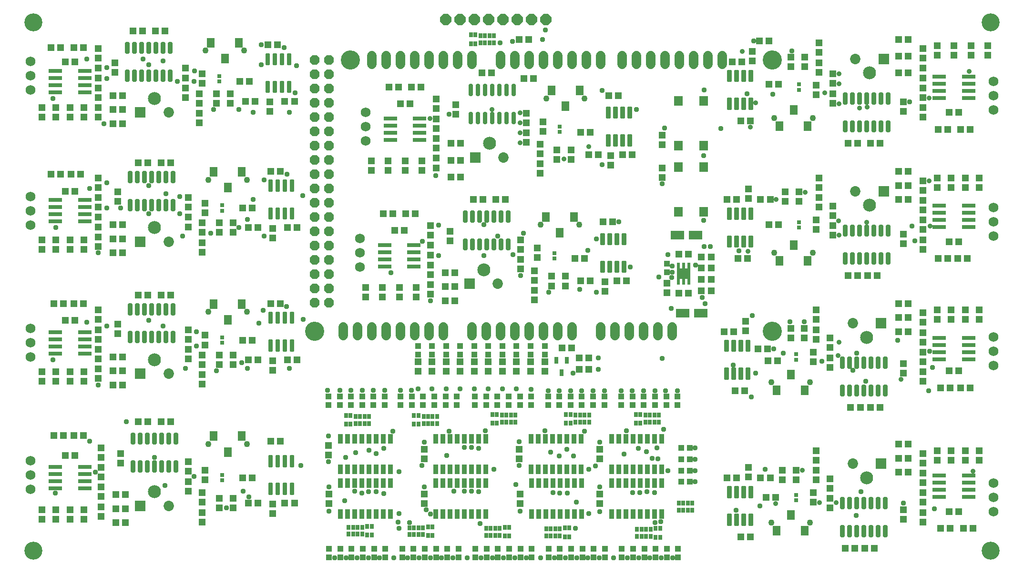
<source format=gbr>
G04 EAGLE Gerber RS-274X export*
G75*
%MOMM*%
%FSLAX34Y34*%
%LPD*%
%INSoldermask Top*%
%IPPOS*%
%AMOC8*
5,1,8,0,0,1.08239X$1,22.5*%
G01*
%ADD10C,3.203200*%
%ADD11R,1.303200X1.203200*%
%ADD12R,1.203200X1.303200*%
%ADD13R,2.403200X0.803200*%
%ADD14C,0.506016*%
%ADD15R,0.753200X0.653200*%
%ADD16C,0.353406*%
%ADD17R,1.403200X1.803200*%
%ADD18C,1.103200*%
%ADD19R,1.853200X1.853200*%
%ADD20C,2.303200*%
%ADD21C,1.853200*%
%ADD22C,1.727200*%
%ADD23R,0.703200X0.853200*%
%ADD24R,0.653200X0.903200*%
%ADD25R,0.853200X1.753200*%
%ADD26R,1.003200X1.003200*%
%ADD27R,0.603200X1.053200*%
%ADD28R,2.403200X1.903200*%
%ADD29R,1.503200X1.753200*%
%ADD30P,2.144431X8X112.500000*%
%ADD31R,0.803200X1.253200*%
%ADD32C,1.727200*%
%ADD33P,1.869504X8X292.500000*%
%ADD34C,3.403200*%
%ADD35R,2.403200X1.603200*%
%ADD36C,0.959600*%
%ADD37C,0.909600*%


D10*
X30000Y970000D03*
X30000Y30000D03*
X1730000Y30000D03*
X1730000Y970000D03*
D11*
X45000Y801500D03*
X45000Y818500D03*
X95000Y818500D03*
X95000Y801500D03*
D12*
X61500Y925000D03*
X78500Y925000D03*
D13*
X69000Y871350D03*
X121000Y871350D03*
X69000Y884050D03*
X69000Y858650D03*
X69000Y845950D03*
X121000Y884050D03*
X121000Y858650D03*
X121000Y845950D03*
D12*
X103500Y900000D03*
X86500Y900000D03*
X120000Y818500D03*
X120000Y801500D03*
X70000Y801500D03*
X70000Y818500D03*
D11*
X101500Y925000D03*
X118500Y925000D03*
D12*
X145000Y888500D03*
X145000Y871500D03*
X145000Y923500D03*
X145000Y906500D03*
X145000Y801500D03*
X145000Y818500D03*
D11*
X145000Y853500D03*
X145000Y836500D03*
D14*
X198386Y866914D02*
X198386Y883586D01*
X198386Y866914D02*
X195414Y866914D01*
X195414Y883586D01*
X198386Y883586D01*
X198386Y871721D02*
X195414Y871721D01*
X195414Y876528D02*
X198386Y876528D01*
X198386Y881335D02*
X195414Y881335D01*
X211086Y883586D02*
X211086Y866914D01*
X208114Y866914D01*
X208114Y883586D01*
X211086Y883586D01*
X211086Y871721D02*
X208114Y871721D01*
X208114Y876528D02*
X211086Y876528D01*
X211086Y881335D02*
X208114Y881335D01*
X223786Y883586D02*
X223786Y866914D01*
X220814Y866914D01*
X220814Y883586D01*
X223786Y883586D01*
X223786Y871721D02*
X220814Y871721D01*
X220814Y876528D02*
X223786Y876528D01*
X223786Y881335D02*
X220814Y881335D01*
X236486Y883586D02*
X236486Y866914D01*
X233514Y866914D01*
X233514Y883586D01*
X236486Y883586D01*
X236486Y871721D02*
X233514Y871721D01*
X233514Y876528D02*
X236486Y876528D01*
X236486Y881335D02*
X233514Y881335D01*
X249186Y883586D02*
X249186Y866914D01*
X246214Y866914D01*
X246214Y883586D01*
X249186Y883586D01*
X249186Y871721D02*
X246214Y871721D01*
X246214Y876528D02*
X249186Y876528D01*
X249186Y881335D02*
X246214Y881335D01*
X261886Y883586D02*
X261886Y866914D01*
X258914Y866914D01*
X258914Y883586D01*
X261886Y883586D01*
X261886Y871721D02*
X258914Y871721D01*
X258914Y876528D02*
X261886Y876528D01*
X261886Y881335D02*
X258914Y881335D01*
X274586Y883586D02*
X274586Y866914D01*
X271614Y866914D01*
X271614Y883586D01*
X274586Y883586D01*
X274586Y871721D02*
X271614Y871721D01*
X271614Y876528D02*
X274586Y876528D01*
X274586Y881335D02*
X271614Y881335D01*
X274586Y916414D02*
X274586Y933086D01*
X274586Y916414D02*
X271614Y916414D01*
X271614Y933086D01*
X274586Y933086D01*
X274586Y921221D02*
X271614Y921221D01*
X271614Y926028D02*
X274586Y926028D01*
X274586Y930835D02*
X271614Y930835D01*
X261886Y933086D02*
X261886Y916414D01*
X258914Y916414D01*
X258914Y933086D01*
X261886Y933086D01*
X261886Y921221D02*
X258914Y921221D01*
X258914Y926028D02*
X261886Y926028D01*
X261886Y930835D02*
X258914Y930835D01*
X249186Y933086D02*
X249186Y916414D01*
X246214Y916414D01*
X246214Y933086D01*
X249186Y933086D01*
X249186Y921221D02*
X246214Y921221D01*
X246214Y926028D02*
X249186Y926028D01*
X249186Y930835D02*
X246214Y930835D01*
X236486Y933086D02*
X236486Y916414D01*
X233514Y916414D01*
X233514Y933086D01*
X236486Y933086D01*
X236486Y921221D02*
X233514Y921221D01*
X233514Y926028D02*
X236486Y926028D01*
X236486Y930835D02*
X233514Y930835D01*
X223786Y933086D02*
X223786Y916414D01*
X220814Y916414D01*
X220814Y933086D01*
X223786Y933086D01*
X223786Y921221D02*
X220814Y921221D01*
X220814Y926028D02*
X223786Y926028D01*
X223786Y930835D02*
X220814Y930835D01*
X211086Y933086D02*
X211086Y916414D01*
X208114Y916414D01*
X208114Y933086D01*
X211086Y933086D01*
X211086Y921221D02*
X208114Y921221D01*
X208114Y926028D02*
X211086Y926028D01*
X211086Y930835D02*
X208114Y930835D01*
X198386Y933086D02*
X198386Y916414D01*
X195414Y916414D01*
X195414Y933086D01*
X198386Y933086D01*
X198386Y921221D02*
X195414Y921221D01*
X195414Y926028D02*
X198386Y926028D01*
X198386Y930835D02*
X195414Y930835D01*
D11*
X171500Y815000D03*
X188500Y815000D03*
D12*
X175000Y881500D03*
X175000Y898500D03*
X171500Y840000D03*
X188500Y840000D03*
D11*
X188500Y790000D03*
X171500Y790000D03*
D12*
X300000Y871500D03*
X300000Y888500D03*
X300000Y836500D03*
X300000Y853500D03*
X325000Y791500D03*
X325000Y808500D03*
X355000Y826500D03*
X355000Y843500D03*
D11*
X325000Y826500D03*
X325000Y843500D03*
X330000Y878500D03*
X330000Y861500D03*
D15*
X360000Y865250D03*
X360000Y874750D03*
D11*
X380000Y826500D03*
X380000Y843500D03*
D12*
X223500Y955000D03*
X206500Y955000D03*
X246500Y955000D03*
X263500Y955000D03*
D16*
X448199Y864399D02*
X448199Y846201D01*
X443701Y846201D01*
X443701Y864399D01*
X448199Y864399D01*
X448199Y849558D02*
X443701Y849558D01*
X443701Y852915D02*
X448199Y852915D01*
X448199Y856272D02*
X443701Y856272D01*
X443701Y859629D02*
X448199Y859629D01*
X448199Y862986D02*
X443701Y862986D01*
X460899Y864399D02*
X460899Y846201D01*
X456401Y846201D01*
X456401Y864399D01*
X460899Y864399D01*
X460899Y849558D02*
X456401Y849558D01*
X456401Y852915D02*
X460899Y852915D01*
X460899Y856272D02*
X456401Y856272D01*
X456401Y859629D02*
X460899Y859629D01*
X460899Y862986D02*
X456401Y862986D01*
X473599Y864399D02*
X473599Y846201D01*
X469101Y846201D01*
X469101Y864399D01*
X473599Y864399D01*
X473599Y849558D02*
X469101Y849558D01*
X469101Y852915D02*
X473599Y852915D01*
X473599Y856272D02*
X469101Y856272D01*
X469101Y859629D02*
X473599Y859629D01*
X473599Y862986D02*
X469101Y862986D01*
X486299Y864399D02*
X486299Y846201D01*
X481801Y846201D01*
X481801Y864399D01*
X486299Y864399D01*
X486299Y849558D02*
X481801Y849558D01*
X481801Y852915D02*
X486299Y852915D01*
X486299Y856272D02*
X481801Y856272D01*
X481801Y859629D02*
X486299Y859629D01*
X486299Y862986D02*
X481801Y862986D01*
X486299Y895601D02*
X486299Y913799D01*
X486299Y895601D02*
X481801Y895601D01*
X481801Y913799D01*
X486299Y913799D01*
X486299Y898958D02*
X481801Y898958D01*
X481801Y902315D02*
X486299Y902315D01*
X486299Y905672D02*
X481801Y905672D01*
X481801Y909029D02*
X486299Y909029D01*
X486299Y912386D02*
X481801Y912386D01*
X473599Y913799D02*
X473599Y895601D01*
X469101Y895601D01*
X469101Y913799D01*
X473599Y913799D01*
X473599Y898958D02*
X469101Y898958D01*
X469101Y902315D02*
X473599Y902315D01*
X473599Y905672D02*
X469101Y905672D01*
X469101Y909029D02*
X473599Y909029D01*
X473599Y912386D02*
X469101Y912386D01*
X460899Y913799D02*
X460899Y895601D01*
X456401Y895601D01*
X456401Y913799D01*
X460899Y913799D01*
X460899Y898958D02*
X456401Y898958D01*
X456401Y902315D02*
X460899Y902315D01*
X460899Y905672D02*
X456401Y905672D01*
X456401Y909029D02*
X460899Y909029D01*
X460899Y912386D02*
X456401Y912386D01*
X448199Y913799D02*
X448199Y895601D01*
X443701Y895601D01*
X443701Y913799D01*
X448199Y913799D01*
X448199Y898958D02*
X443701Y898958D01*
X443701Y902315D02*
X448199Y902315D01*
X448199Y905672D02*
X443701Y905672D01*
X443701Y909029D02*
X448199Y909029D01*
X448199Y912386D02*
X443701Y912386D01*
D17*
X395000Y934000D03*
X370000Y906000D03*
X345000Y934000D03*
D18*
X404000Y920000D03*
X336000Y920000D03*
D12*
X493500Y830000D03*
X476500Y830000D03*
X423500Y830000D03*
X406500Y830000D03*
D11*
X446500Y930000D03*
X463500Y930000D03*
D12*
X450000Y828500D03*
X450000Y811500D03*
D11*
X396500Y865000D03*
X413500Y865000D03*
X45000Y566500D03*
X45000Y583500D03*
X95000Y583500D03*
X95000Y566500D03*
D12*
X61500Y700000D03*
X78500Y700000D03*
D13*
X69000Y641350D03*
X121000Y641350D03*
X69000Y654050D03*
X69000Y628650D03*
X69000Y615950D03*
X121000Y654050D03*
X121000Y628650D03*
X121000Y615950D03*
D12*
X120000Y583500D03*
X120000Y566500D03*
X70000Y566500D03*
X70000Y583500D03*
D11*
X96500Y700000D03*
X113500Y700000D03*
D12*
X145000Y658500D03*
X145000Y641500D03*
X145000Y693500D03*
X145000Y676500D03*
X145000Y571500D03*
X145000Y588500D03*
D11*
X145000Y623500D03*
X145000Y606500D03*
D14*
X203386Y636914D02*
X203386Y653586D01*
X203386Y636914D02*
X200414Y636914D01*
X200414Y653586D01*
X203386Y653586D01*
X203386Y641721D02*
X200414Y641721D01*
X200414Y646528D02*
X203386Y646528D01*
X203386Y651335D02*
X200414Y651335D01*
X216086Y653586D02*
X216086Y636914D01*
X213114Y636914D01*
X213114Y653586D01*
X216086Y653586D01*
X216086Y641721D02*
X213114Y641721D01*
X213114Y646528D02*
X216086Y646528D01*
X216086Y651335D02*
X213114Y651335D01*
X228786Y653586D02*
X228786Y636914D01*
X225814Y636914D01*
X225814Y653586D01*
X228786Y653586D01*
X228786Y641721D02*
X225814Y641721D01*
X225814Y646528D02*
X228786Y646528D01*
X228786Y651335D02*
X225814Y651335D01*
X241486Y653586D02*
X241486Y636914D01*
X238514Y636914D01*
X238514Y653586D01*
X241486Y653586D01*
X241486Y641721D02*
X238514Y641721D01*
X238514Y646528D02*
X241486Y646528D01*
X241486Y651335D02*
X238514Y651335D01*
X254186Y653586D02*
X254186Y636914D01*
X251214Y636914D01*
X251214Y653586D01*
X254186Y653586D01*
X254186Y641721D02*
X251214Y641721D01*
X251214Y646528D02*
X254186Y646528D01*
X254186Y651335D02*
X251214Y651335D01*
X266886Y653586D02*
X266886Y636914D01*
X263914Y636914D01*
X263914Y653586D01*
X266886Y653586D01*
X266886Y641721D02*
X263914Y641721D01*
X263914Y646528D02*
X266886Y646528D01*
X266886Y651335D02*
X263914Y651335D01*
X279586Y653586D02*
X279586Y636914D01*
X276614Y636914D01*
X276614Y653586D01*
X279586Y653586D01*
X279586Y641721D02*
X276614Y641721D01*
X276614Y646528D02*
X279586Y646528D01*
X279586Y651335D02*
X276614Y651335D01*
X279586Y686414D02*
X279586Y703086D01*
X279586Y686414D02*
X276614Y686414D01*
X276614Y703086D01*
X279586Y703086D01*
X279586Y691221D02*
X276614Y691221D01*
X276614Y696028D02*
X279586Y696028D01*
X279586Y700835D02*
X276614Y700835D01*
X266886Y703086D02*
X266886Y686414D01*
X263914Y686414D01*
X263914Y703086D01*
X266886Y703086D01*
X266886Y691221D02*
X263914Y691221D01*
X263914Y696028D02*
X266886Y696028D01*
X266886Y700835D02*
X263914Y700835D01*
X254186Y703086D02*
X254186Y686414D01*
X251214Y686414D01*
X251214Y703086D01*
X254186Y703086D01*
X254186Y691221D02*
X251214Y691221D01*
X251214Y696028D02*
X254186Y696028D01*
X254186Y700835D02*
X251214Y700835D01*
X241486Y703086D02*
X241486Y686414D01*
X238514Y686414D01*
X238514Y703086D01*
X241486Y703086D01*
X241486Y691221D02*
X238514Y691221D01*
X238514Y696028D02*
X241486Y696028D01*
X241486Y700835D02*
X238514Y700835D01*
X228786Y703086D02*
X228786Y686414D01*
X225814Y686414D01*
X225814Y703086D01*
X228786Y703086D01*
X228786Y691221D02*
X225814Y691221D01*
X225814Y696028D02*
X228786Y696028D01*
X228786Y700835D02*
X225814Y700835D01*
X216086Y703086D02*
X216086Y686414D01*
X213114Y686414D01*
X213114Y703086D01*
X216086Y703086D01*
X216086Y691221D02*
X213114Y691221D01*
X213114Y696028D02*
X216086Y696028D01*
X216086Y700835D02*
X213114Y700835D01*
X203386Y703086D02*
X203386Y686414D01*
X200414Y686414D01*
X200414Y703086D01*
X203386Y703086D01*
X203386Y691221D02*
X200414Y691221D01*
X200414Y696028D02*
X203386Y696028D01*
X203386Y700835D02*
X200414Y700835D01*
D11*
X171500Y585000D03*
X188500Y585000D03*
D12*
X180000Y651500D03*
X180000Y668500D03*
X171500Y610000D03*
X188500Y610000D03*
D11*
X188500Y560000D03*
X171500Y560000D03*
D12*
X305000Y623500D03*
X305000Y606500D03*
X305000Y641500D03*
X305000Y658500D03*
X330000Y561500D03*
X330000Y578500D03*
X360000Y596500D03*
X360000Y613500D03*
D11*
X330000Y596500D03*
X330000Y613500D03*
X335000Y648500D03*
X335000Y631500D03*
D15*
X365000Y635250D03*
X365000Y644750D03*
D11*
X385000Y596500D03*
X385000Y613500D03*
D12*
X233500Y720000D03*
X216500Y720000D03*
X256500Y720000D03*
X273500Y720000D03*
D16*
X453199Y639399D02*
X453199Y621201D01*
X448701Y621201D01*
X448701Y639399D01*
X453199Y639399D01*
X453199Y624558D02*
X448701Y624558D01*
X448701Y627915D02*
X453199Y627915D01*
X453199Y631272D02*
X448701Y631272D01*
X448701Y634629D02*
X453199Y634629D01*
X453199Y637986D02*
X448701Y637986D01*
X465899Y639399D02*
X465899Y621201D01*
X461401Y621201D01*
X461401Y639399D01*
X465899Y639399D01*
X465899Y624558D02*
X461401Y624558D01*
X461401Y627915D02*
X465899Y627915D01*
X465899Y631272D02*
X461401Y631272D01*
X461401Y634629D02*
X465899Y634629D01*
X465899Y637986D02*
X461401Y637986D01*
X478599Y639399D02*
X478599Y621201D01*
X474101Y621201D01*
X474101Y639399D01*
X478599Y639399D01*
X478599Y624558D02*
X474101Y624558D01*
X474101Y627915D02*
X478599Y627915D01*
X478599Y631272D02*
X474101Y631272D01*
X474101Y634629D02*
X478599Y634629D01*
X478599Y637986D02*
X474101Y637986D01*
X491299Y639399D02*
X491299Y621201D01*
X486801Y621201D01*
X486801Y639399D01*
X491299Y639399D01*
X491299Y624558D02*
X486801Y624558D01*
X486801Y627915D02*
X491299Y627915D01*
X491299Y631272D02*
X486801Y631272D01*
X486801Y634629D02*
X491299Y634629D01*
X491299Y637986D02*
X486801Y637986D01*
X491299Y670601D02*
X491299Y688799D01*
X491299Y670601D02*
X486801Y670601D01*
X486801Y688799D01*
X491299Y688799D01*
X491299Y673958D02*
X486801Y673958D01*
X486801Y677315D02*
X491299Y677315D01*
X491299Y680672D02*
X486801Y680672D01*
X486801Y684029D02*
X491299Y684029D01*
X491299Y687386D02*
X486801Y687386D01*
X478599Y688799D02*
X478599Y670601D01*
X474101Y670601D01*
X474101Y688799D01*
X478599Y688799D01*
X478599Y673958D02*
X474101Y673958D01*
X474101Y677315D02*
X478599Y677315D01*
X478599Y680672D02*
X474101Y680672D01*
X474101Y684029D02*
X478599Y684029D01*
X478599Y687386D02*
X474101Y687386D01*
X465899Y688799D02*
X465899Y670601D01*
X461401Y670601D01*
X461401Y688799D01*
X465899Y688799D01*
X465899Y673958D02*
X461401Y673958D01*
X461401Y677315D02*
X465899Y677315D01*
X465899Y680672D02*
X461401Y680672D01*
X461401Y684029D02*
X465899Y684029D01*
X465899Y687386D02*
X461401Y687386D01*
X453199Y688799D02*
X453199Y670601D01*
X448701Y670601D01*
X448701Y688799D01*
X453199Y688799D01*
X453199Y673958D02*
X448701Y673958D01*
X448701Y677315D02*
X453199Y677315D01*
X453199Y680672D02*
X448701Y680672D01*
X448701Y684029D02*
X453199Y684029D01*
X453199Y687386D02*
X448701Y687386D01*
D17*
X400000Y704000D03*
X375000Y676000D03*
X350000Y704000D03*
D18*
X409000Y690000D03*
X341000Y690000D03*
D12*
X411500Y605000D03*
X428500Y605000D03*
X481500Y605000D03*
X498500Y605000D03*
D11*
X451500Y705000D03*
X468500Y705000D03*
D12*
X455000Y603500D03*
X455000Y586500D03*
D11*
X418500Y640000D03*
X401500Y640000D03*
X45000Y331500D03*
X45000Y348500D03*
X95000Y348500D03*
X95000Y331500D03*
D12*
X66500Y470000D03*
X83500Y470000D03*
D13*
X69000Y406350D03*
X121000Y406350D03*
X69000Y419050D03*
X69000Y393650D03*
X69000Y380950D03*
X121000Y419050D03*
X121000Y393650D03*
X121000Y380950D03*
D12*
X103500Y440000D03*
X86500Y440000D03*
X120000Y348500D03*
X120000Y331500D03*
X70000Y331500D03*
X70000Y348500D03*
D11*
X101500Y470000D03*
X118500Y470000D03*
D12*
X145000Y423500D03*
X145000Y406500D03*
X145000Y458500D03*
X145000Y441500D03*
X145000Y336500D03*
X145000Y353500D03*
D11*
X145000Y388500D03*
X145000Y371500D03*
D14*
X203386Y401914D02*
X203386Y418586D01*
X203386Y401914D02*
X200414Y401914D01*
X200414Y418586D01*
X203386Y418586D01*
X203386Y406721D02*
X200414Y406721D01*
X200414Y411528D02*
X203386Y411528D01*
X203386Y416335D02*
X200414Y416335D01*
X216086Y418586D02*
X216086Y401914D01*
X213114Y401914D01*
X213114Y418586D01*
X216086Y418586D01*
X216086Y406721D02*
X213114Y406721D01*
X213114Y411528D02*
X216086Y411528D01*
X216086Y416335D02*
X213114Y416335D01*
X228786Y418586D02*
X228786Y401914D01*
X225814Y401914D01*
X225814Y418586D01*
X228786Y418586D01*
X228786Y406721D02*
X225814Y406721D01*
X225814Y411528D02*
X228786Y411528D01*
X228786Y416335D02*
X225814Y416335D01*
X241486Y418586D02*
X241486Y401914D01*
X238514Y401914D01*
X238514Y418586D01*
X241486Y418586D01*
X241486Y406721D02*
X238514Y406721D01*
X238514Y411528D02*
X241486Y411528D01*
X241486Y416335D02*
X238514Y416335D01*
X254186Y418586D02*
X254186Y401914D01*
X251214Y401914D01*
X251214Y418586D01*
X254186Y418586D01*
X254186Y406721D02*
X251214Y406721D01*
X251214Y411528D02*
X254186Y411528D01*
X254186Y416335D02*
X251214Y416335D01*
X266886Y418586D02*
X266886Y401914D01*
X263914Y401914D01*
X263914Y418586D01*
X266886Y418586D01*
X266886Y406721D02*
X263914Y406721D01*
X263914Y411528D02*
X266886Y411528D01*
X266886Y416335D02*
X263914Y416335D01*
X279586Y418586D02*
X279586Y401914D01*
X276614Y401914D01*
X276614Y418586D01*
X279586Y418586D01*
X279586Y406721D02*
X276614Y406721D01*
X276614Y411528D02*
X279586Y411528D01*
X279586Y416335D02*
X276614Y416335D01*
X279586Y451414D02*
X279586Y468086D01*
X279586Y451414D02*
X276614Y451414D01*
X276614Y468086D01*
X279586Y468086D01*
X279586Y456221D02*
X276614Y456221D01*
X276614Y461028D02*
X279586Y461028D01*
X279586Y465835D02*
X276614Y465835D01*
X266886Y468086D02*
X266886Y451414D01*
X263914Y451414D01*
X263914Y468086D01*
X266886Y468086D01*
X266886Y456221D02*
X263914Y456221D01*
X263914Y461028D02*
X266886Y461028D01*
X266886Y465835D02*
X263914Y465835D01*
X254186Y468086D02*
X254186Y451414D01*
X251214Y451414D01*
X251214Y468086D01*
X254186Y468086D01*
X254186Y456221D02*
X251214Y456221D01*
X251214Y461028D02*
X254186Y461028D01*
X254186Y465835D02*
X251214Y465835D01*
X241486Y468086D02*
X241486Y451414D01*
X238514Y451414D01*
X238514Y468086D01*
X241486Y468086D01*
X241486Y456221D02*
X238514Y456221D01*
X238514Y461028D02*
X241486Y461028D01*
X241486Y465835D02*
X238514Y465835D01*
X228786Y468086D02*
X228786Y451414D01*
X225814Y451414D01*
X225814Y468086D01*
X228786Y468086D01*
X228786Y456221D02*
X225814Y456221D01*
X225814Y461028D02*
X228786Y461028D01*
X228786Y465835D02*
X225814Y465835D01*
X216086Y468086D02*
X216086Y451414D01*
X213114Y451414D01*
X213114Y468086D01*
X216086Y468086D01*
X216086Y456221D02*
X213114Y456221D01*
X213114Y461028D02*
X216086Y461028D01*
X216086Y465835D02*
X213114Y465835D01*
X203386Y468086D02*
X203386Y451414D01*
X200414Y451414D01*
X200414Y468086D01*
X203386Y468086D01*
X203386Y456221D02*
X200414Y456221D01*
X200414Y461028D02*
X203386Y461028D01*
X203386Y465835D02*
X200414Y465835D01*
D11*
X171500Y350000D03*
X188500Y350000D03*
D12*
X180000Y416500D03*
X180000Y433500D03*
X171500Y375000D03*
X188500Y375000D03*
D11*
X188500Y325000D03*
X171500Y325000D03*
D12*
X305000Y388500D03*
X305000Y371500D03*
X305000Y406500D03*
X305000Y423500D03*
X330000Y326500D03*
X330000Y343500D03*
X360000Y361500D03*
X360000Y378500D03*
D11*
X330000Y361500D03*
X330000Y378500D03*
D15*
X365000Y400250D03*
X365000Y409750D03*
D11*
X385000Y361500D03*
X385000Y378500D03*
D12*
X233500Y485000D03*
X216500Y485000D03*
X256500Y485000D03*
X273500Y485000D03*
D16*
X453199Y404399D02*
X453199Y386201D01*
X448701Y386201D01*
X448701Y404399D01*
X453199Y404399D01*
X453199Y389558D02*
X448701Y389558D01*
X448701Y392915D02*
X453199Y392915D01*
X453199Y396272D02*
X448701Y396272D01*
X448701Y399629D02*
X453199Y399629D01*
X453199Y402986D02*
X448701Y402986D01*
X465899Y404399D02*
X465899Y386201D01*
X461401Y386201D01*
X461401Y404399D01*
X465899Y404399D01*
X465899Y389558D02*
X461401Y389558D01*
X461401Y392915D02*
X465899Y392915D01*
X465899Y396272D02*
X461401Y396272D01*
X461401Y399629D02*
X465899Y399629D01*
X465899Y402986D02*
X461401Y402986D01*
X478599Y404399D02*
X478599Y386201D01*
X474101Y386201D01*
X474101Y404399D01*
X478599Y404399D01*
X478599Y389558D02*
X474101Y389558D01*
X474101Y392915D02*
X478599Y392915D01*
X478599Y396272D02*
X474101Y396272D01*
X474101Y399629D02*
X478599Y399629D01*
X478599Y402986D02*
X474101Y402986D01*
X491299Y404399D02*
X491299Y386201D01*
X486801Y386201D01*
X486801Y404399D01*
X491299Y404399D01*
X491299Y389558D02*
X486801Y389558D01*
X486801Y392915D02*
X491299Y392915D01*
X491299Y396272D02*
X486801Y396272D01*
X486801Y399629D02*
X491299Y399629D01*
X491299Y402986D02*
X486801Y402986D01*
X491299Y435601D02*
X491299Y453799D01*
X491299Y435601D02*
X486801Y435601D01*
X486801Y453799D01*
X491299Y453799D01*
X491299Y438958D02*
X486801Y438958D01*
X486801Y442315D02*
X491299Y442315D01*
X491299Y445672D02*
X486801Y445672D01*
X486801Y449029D02*
X491299Y449029D01*
X491299Y452386D02*
X486801Y452386D01*
X478599Y453799D02*
X478599Y435601D01*
X474101Y435601D01*
X474101Y453799D01*
X478599Y453799D01*
X478599Y438958D02*
X474101Y438958D01*
X474101Y442315D02*
X478599Y442315D01*
X478599Y445672D02*
X474101Y445672D01*
X474101Y449029D02*
X478599Y449029D01*
X478599Y452386D02*
X474101Y452386D01*
X465899Y453799D02*
X465899Y435601D01*
X461401Y435601D01*
X461401Y453799D01*
X465899Y453799D01*
X465899Y438958D02*
X461401Y438958D01*
X461401Y442315D02*
X465899Y442315D01*
X465899Y445672D02*
X461401Y445672D01*
X461401Y449029D02*
X465899Y449029D01*
X465899Y452386D02*
X461401Y452386D01*
X453199Y453799D02*
X453199Y435601D01*
X448701Y435601D01*
X448701Y453799D01*
X453199Y453799D01*
X453199Y438958D02*
X448701Y438958D01*
X448701Y442315D02*
X453199Y442315D01*
X453199Y445672D02*
X448701Y445672D01*
X448701Y449029D02*
X453199Y449029D01*
X453199Y452386D02*
X448701Y452386D01*
D17*
X400000Y469000D03*
X375000Y441000D03*
X350000Y469000D03*
D18*
X409000Y455000D03*
X341000Y455000D03*
D12*
X411500Y370000D03*
X428500Y370000D03*
X481500Y370000D03*
X498500Y370000D03*
D11*
X451500Y470000D03*
X468500Y470000D03*
D12*
X455000Y368500D03*
X455000Y351500D03*
D11*
X418500Y405000D03*
X401500Y405000D03*
D12*
X103500Y670000D03*
X86500Y670000D03*
D19*
X220000Y810000D03*
D20*
X245000Y835000D03*
D21*
X270000Y810000D03*
D19*
X220000Y580000D03*
D20*
X245000Y605000D03*
D21*
X270000Y580000D03*
D19*
X220000Y345000D03*
D20*
X245000Y370000D03*
D21*
X270000Y345000D03*
D22*
X25000Y900400D03*
X25000Y875000D03*
X25000Y849600D03*
X25000Y660400D03*
X25000Y635000D03*
X25000Y609600D03*
X25000Y425400D03*
X25000Y400000D03*
X25000Y374600D03*
D11*
X45000Y86500D03*
X45000Y103500D03*
X70000Y103500D03*
X70000Y86500D03*
D12*
X66500Y235000D03*
X83500Y235000D03*
D13*
X69000Y166350D03*
X121000Y166350D03*
X69000Y179050D03*
X69000Y153650D03*
X69000Y140950D03*
X121000Y179050D03*
X121000Y153650D03*
X121000Y140950D03*
D12*
X103500Y200000D03*
X86500Y200000D03*
X120000Y103500D03*
X120000Y86500D03*
X95000Y86500D03*
X95000Y103500D03*
D11*
X101500Y235000D03*
X118500Y235000D03*
D12*
X150000Y178500D03*
X150000Y161500D03*
X150000Y213500D03*
X150000Y196500D03*
X150000Y91500D03*
X150000Y108500D03*
D11*
X150000Y143500D03*
X150000Y126500D03*
D14*
X208386Y171914D02*
X208386Y188586D01*
X208386Y171914D02*
X205414Y171914D01*
X205414Y188586D01*
X208386Y188586D01*
X208386Y176721D02*
X205414Y176721D01*
X205414Y181528D02*
X208386Y181528D01*
X208386Y186335D02*
X205414Y186335D01*
X221086Y188586D02*
X221086Y171914D01*
X218114Y171914D01*
X218114Y188586D01*
X221086Y188586D01*
X221086Y176721D02*
X218114Y176721D01*
X218114Y181528D02*
X221086Y181528D01*
X221086Y186335D02*
X218114Y186335D01*
X233786Y188586D02*
X233786Y171914D01*
X230814Y171914D01*
X230814Y188586D01*
X233786Y188586D01*
X233786Y176721D02*
X230814Y176721D01*
X230814Y181528D02*
X233786Y181528D01*
X233786Y186335D02*
X230814Y186335D01*
X246486Y188586D02*
X246486Y171914D01*
X243514Y171914D01*
X243514Y188586D01*
X246486Y188586D01*
X246486Y176721D02*
X243514Y176721D01*
X243514Y181528D02*
X246486Y181528D01*
X246486Y186335D02*
X243514Y186335D01*
X259186Y188586D02*
X259186Y171914D01*
X256214Y171914D01*
X256214Y188586D01*
X259186Y188586D01*
X259186Y176721D02*
X256214Y176721D01*
X256214Y181528D02*
X259186Y181528D01*
X259186Y186335D02*
X256214Y186335D01*
X271886Y188586D02*
X271886Y171914D01*
X268914Y171914D01*
X268914Y188586D01*
X271886Y188586D01*
X271886Y176721D02*
X268914Y176721D01*
X268914Y181528D02*
X271886Y181528D01*
X271886Y186335D02*
X268914Y186335D01*
X284586Y188586D02*
X284586Y171914D01*
X281614Y171914D01*
X281614Y188586D01*
X284586Y188586D01*
X284586Y176721D02*
X281614Y176721D01*
X281614Y181528D02*
X284586Y181528D01*
X284586Y186335D02*
X281614Y186335D01*
X284586Y221414D02*
X284586Y238086D01*
X284586Y221414D02*
X281614Y221414D01*
X281614Y238086D01*
X284586Y238086D01*
X284586Y226221D02*
X281614Y226221D01*
X281614Y231028D02*
X284586Y231028D01*
X284586Y235835D02*
X281614Y235835D01*
X271886Y238086D02*
X271886Y221414D01*
X268914Y221414D01*
X268914Y238086D01*
X271886Y238086D01*
X271886Y226221D02*
X268914Y226221D01*
X268914Y231028D02*
X271886Y231028D01*
X271886Y235835D02*
X268914Y235835D01*
X259186Y238086D02*
X259186Y221414D01*
X256214Y221414D01*
X256214Y238086D01*
X259186Y238086D01*
X259186Y226221D02*
X256214Y226221D01*
X256214Y231028D02*
X259186Y231028D01*
X259186Y235835D02*
X256214Y235835D01*
X246486Y238086D02*
X246486Y221414D01*
X243514Y221414D01*
X243514Y238086D01*
X246486Y238086D01*
X246486Y226221D02*
X243514Y226221D01*
X243514Y231028D02*
X246486Y231028D01*
X246486Y235835D02*
X243514Y235835D01*
X233786Y238086D02*
X233786Y221414D01*
X230814Y221414D01*
X230814Y238086D01*
X233786Y238086D01*
X233786Y226221D02*
X230814Y226221D01*
X230814Y231028D02*
X233786Y231028D01*
X233786Y235835D02*
X230814Y235835D01*
X221086Y238086D02*
X221086Y221414D01*
X218114Y221414D01*
X218114Y238086D01*
X221086Y238086D01*
X221086Y226221D02*
X218114Y226221D01*
X218114Y231028D02*
X221086Y231028D01*
X221086Y235835D02*
X218114Y235835D01*
X208386Y238086D02*
X208386Y221414D01*
X205414Y221414D01*
X205414Y238086D01*
X208386Y238086D01*
X208386Y226221D02*
X205414Y226221D01*
X205414Y231028D02*
X208386Y231028D01*
X208386Y235835D02*
X205414Y235835D01*
D11*
X176500Y105000D03*
X193500Y105000D03*
D12*
X185000Y186500D03*
X185000Y203500D03*
X176500Y130000D03*
X193500Y130000D03*
D11*
X193500Y80000D03*
X176500Y80000D03*
D12*
X305000Y171500D03*
X305000Y188500D03*
X305000Y153500D03*
X305000Y136500D03*
X330000Y81500D03*
X330000Y98500D03*
X360000Y106500D03*
X360000Y123500D03*
D11*
X330000Y116500D03*
X330000Y133500D03*
X335000Y173500D03*
X335000Y156500D03*
D15*
X365000Y155250D03*
X365000Y164750D03*
D11*
X385000Y106500D03*
X385000Y123500D03*
D12*
X233500Y260000D03*
X216500Y260000D03*
X256500Y260000D03*
X273500Y260000D03*
D16*
X453199Y149399D02*
X453199Y131201D01*
X448701Y131201D01*
X448701Y149399D01*
X453199Y149399D01*
X453199Y134558D02*
X448701Y134558D01*
X448701Y137915D02*
X453199Y137915D01*
X453199Y141272D02*
X448701Y141272D01*
X448701Y144629D02*
X453199Y144629D01*
X453199Y147986D02*
X448701Y147986D01*
X465899Y149399D02*
X465899Y131201D01*
X461401Y131201D01*
X461401Y149399D01*
X465899Y149399D01*
X465899Y134558D02*
X461401Y134558D01*
X461401Y137915D02*
X465899Y137915D01*
X465899Y141272D02*
X461401Y141272D01*
X461401Y144629D02*
X465899Y144629D01*
X465899Y147986D02*
X461401Y147986D01*
X478599Y149399D02*
X478599Y131201D01*
X474101Y131201D01*
X474101Y149399D01*
X478599Y149399D01*
X478599Y134558D02*
X474101Y134558D01*
X474101Y137915D02*
X478599Y137915D01*
X478599Y141272D02*
X474101Y141272D01*
X474101Y144629D02*
X478599Y144629D01*
X478599Y147986D02*
X474101Y147986D01*
X491299Y149399D02*
X491299Y131201D01*
X486801Y131201D01*
X486801Y149399D01*
X491299Y149399D01*
X491299Y134558D02*
X486801Y134558D01*
X486801Y137915D02*
X491299Y137915D01*
X491299Y141272D02*
X486801Y141272D01*
X486801Y144629D02*
X491299Y144629D01*
X491299Y147986D02*
X486801Y147986D01*
X491299Y180601D02*
X491299Y198799D01*
X491299Y180601D02*
X486801Y180601D01*
X486801Y198799D01*
X491299Y198799D01*
X491299Y183958D02*
X486801Y183958D01*
X486801Y187315D02*
X491299Y187315D01*
X491299Y190672D02*
X486801Y190672D01*
X486801Y194029D02*
X491299Y194029D01*
X491299Y197386D02*
X486801Y197386D01*
X478599Y198799D02*
X478599Y180601D01*
X474101Y180601D01*
X474101Y198799D01*
X478599Y198799D01*
X478599Y183958D02*
X474101Y183958D01*
X474101Y187315D02*
X478599Y187315D01*
X478599Y190672D02*
X474101Y190672D01*
X474101Y194029D02*
X478599Y194029D01*
X478599Y197386D02*
X474101Y197386D01*
X465899Y198799D02*
X465899Y180601D01*
X461401Y180601D01*
X461401Y198799D01*
X465899Y198799D01*
X465899Y183958D02*
X461401Y183958D01*
X461401Y187315D02*
X465899Y187315D01*
X465899Y190672D02*
X461401Y190672D01*
X461401Y194029D02*
X465899Y194029D01*
X465899Y197386D02*
X461401Y197386D01*
X453199Y198799D02*
X453199Y180601D01*
X448701Y180601D01*
X448701Y198799D01*
X453199Y198799D01*
X453199Y183958D02*
X448701Y183958D01*
X448701Y187315D02*
X453199Y187315D01*
X453199Y190672D02*
X448701Y190672D01*
X448701Y194029D02*
X453199Y194029D01*
X453199Y197386D02*
X448701Y197386D01*
D17*
X400000Y234000D03*
X375000Y206000D03*
X350000Y234000D03*
D18*
X409000Y220000D03*
X341000Y220000D03*
D12*
X411500Y115000D03*
X428500Y115000D03*
X476500Y115000D03*
X493500Y115000D03*
D11*
X451500Y225000D03*
X468500Y225000D03*
D12*
X455000Y113500D03*
X455000Y96500D03*
D11*
X418500Y160000D03*
X401500Y160000D03*
D19*
X220000Y110000D03*
D20*
X245000Y135000D03*
D21*
X270000Y110000D03*
D22*
X25000Y190400D03*
X25000Y165000D03*
X25000Y139600D03*
D11*
X620000Y481500D03*
X620000Y498500D03*
X650000Y498500D03*
X650000Y481500D03*
D12*
X651500Y630000D03*
X668500Y630000D03*
D13*
X654000Y561350D03*
X706000Y561350D03*
X654000Y574050D03*
X654000Y548650D03*
X654000Y535950D03*
X706000Y574050D03*
X706000Y548650D03*
X706000Y535950D03*
D12*
X688500Y600000D03*
X671500Y600000D03*
X710000Y498500D03*
X710000Y481500D03*
X680000Y481500D03*
X680000Y498500D03*
D11*
X691500Y630000D03*
X708500Y630000D03*
D12*
X735000Y573500D03*
X735000Y556500D03*
X735000Y608500D03*
X735000Y591500D03*
X735000Y486500D03*
X735000Y503500D03*
D11*
X735000Y538500D03*
X735000Y521500D03*
D14*
X798386Y566914D02*
X798386Y583586D01*
X798386Y566914D02*
X795414Y566914D01*
X795414Y583586D01*
X798386Y583586D01*
X798386Y571721D02*
X795414Y571721D01*
X795414Y576528D02*
X798386Y576528D01*
X798386Y581335D02*
X795414Y581335D01*
X811086Y583586D02*
X811086Y566914D01*
X808114Y566914D01*
X808114Y583586D01*
X811086Y583586D01*
X811086Y571721D02*
X808114Y571721D01*
X808114Y576528D02*
X811086Y576528D01*
X811086Y581335D02*
X808114Y581335D01*
X823786Y583586D02*
X823786Y566914D01*
X820814Y566914D01*
X820814Y583586D01*
X823786Y583586D01*
X823786Y571721D02*
X820814Y571721D01*
X820814Y576528D02*
X823786Y576528D01*
X823786Y581335D02*
X820814Y581335D01*
X836486Y583586D02*
X836486Y566914D01*
X833514Y566914D01*
X833514Y583586D01*
X836486Y583586D01*
X836486Y571721D02*
X833514Y571721D01*
X833514Y576528D02*
X836486Y576528D01*
X836486Y581335D02*
X833514Y581335D01*
X849186Y583586D02*
X849186Y566914D01*
X846214Y566914D01*
X846214Y583586D01*
X849186Y583586D01*
X849186Y571721D02*
X846214Y571721D01*
X846214Y576528D02*
X849186Y576528D01*
X849186Y581335D02*
X846214Y581335D01*
X861886Y583586D02*
X861886Y566914D01*
X858914Y566914D01*
X858914Y583586D01*
X861886Y583586D01*
X861886Y571721D02*
X858914Y571721D01*
X858914Y576528D02*
X861886Y576528D01*
X861886Y581335D02*
X858914Y581335D01*
X874586Y583586D02*
X874586Y566914D01*
X871614Y566914D01*
X871614Y583586D01*
X874586Y583586D01*
X874586Y571721D02*
X871614Y571721D01*
X871614Y576528D02*
X874586Y576528D01*
X874586Y581335D02*
X871614Y581335D01*
X874586Y616414D02*
X874586Y633086D01*
X874586Y616414D02*
X871614Y616414D01*
X871614Y633086D01*
X874586Y633086D01*
X874586Y621221D02*
X871614Y621221D01*
X871614Y626028D02*
X874586Y626028D01*
X874586Y630835D02*
X871614Y630835D01*
X861886Y633086D02*
X861886Y616414D01*
X858914Y616414D01*
X858914Y633086D01*
X861886Y633086D01*
X861886Y621221D02*
X858914Y621221D01*
X858914Y626028D02*
X861886Y626028D01*
X861886Y630835D02*
X858914Y630835D01*
X849186Y633086D02*
X849186Y616414D01*
X846214Y616414D01*
X846214Y633086D01*
X849186Y633086D01*
X849186Y621221D02*
X846214Y621221D01*
X846214Y626028D02*
X849186Y626028D01*
X849186Y630835D02*
X846214Y630835D01*
X836486Y633086D02*
X836486Y616414D01*
X833514Y616414D01*
X833514Y633086D01*
X836486Y633086D01*
X836486Y621221D02*
X833514Y621221D01*
X833514Y626028D02*
X836486Y626028D01*
X836486Y630835D02*
X833514Y630835D01*
X823786Y633086D02*
X823786Y616414D01*
X820814Y616414D01*
X820814Y633086D01*
X823786Y633086D01*
X823786Y621221D02*
X820814Y621221D01*
X820814Y626028D02*
X823786Y626028D01*
X823786Y630835D02*
X820814Y630835D01*
X811086Y633086D02*
X811086Y616414D01*
X808114Y616414D01*
X808114Y633086D01*
X811086Y633086D01*
X811086Y621221D02*
X808114Y621221D01*
X808114Y626028D02*
X811086Y626028D01*
X811086Y630835D02*
X808114Y630835D01*
X798386Y633086D02*
X798386Y616414D01*
X795414Y616414D01*
X795414Y633086D01*
X798386Y633086D01*
X798386Y621221D02*
X795414Y621221D01*
X795414Y626028D02*
X798386Y626028D01*
X798386Y630835D02*
X795414Y630835D01*
D11*
X761500Y500000D03*
X778500Y500000D03*
D12*
X770000Y581500D03*
X770000Y598500D03*
X761500Y525000D03*
X778500Y525000D03*
D11*
X778500Y475000D03*
X761500Y475000D03*
D12*
X895000Y566500D03*
X895000Y583500D03*
X895000Y548500D03*
X895000Y531500D03*
X920000Y476500D03*
X920000Y493500D03*
X950000Y501500D03*
X950000Y518500D03*
D11*
X920000Y511500D03*
X920000Y528500D03*
X925000Y568500D03*
X925000Y551500D03*
D15*
X955000Y550250D03*
X955000Y559750D03*
D11*
X975000Y501500D03*
X975000Y518500D03*
D12*
X828500Y655000D03*
X811500Y655000D03*
X851500Y655000D03*
X868500Y655000D03*
D16*
X1043199Y544399D02*
X1043199Y526201D01*
X1038701Y526201D01*
X1038701Y544399D01*
X1043199Y544399D01*
X1043199Y529558D02*
X1038701Y529558D01*
X1038701Y532915D02*
X1043199Y532915D01*
X1043199Y536272D02*
X1038701Y536272D01*
X1038701Y539629D02*
X1043199Y539629D01*
X1043199Y542986D02*
X1038701Y542986D01*
X1055899Y544399D02*
X1055899Y526201D01*
X1051401Y526201D01*
X1051401Y544399D01*
X1055899Y544399D01*
X1055899Y529558D02*
X1051401Y529558D01*
X1051401Y532915D02*
X1055899Y532915D01*
X1055899Y536272D02*
X1051401Y536272D01*
X1051401Y539629D02*
X1055899Y539629D01*
X1055899Y542986D02*
X1051401Y542986D01*
X1068599Y544399D02*
X1068599Y526201D01*
X1064101Y526201D01*
X1064101Y544399D01*
X1068599Y544399D01*
X1068599Y529558D02*
X1064101Y529558D01*
X1064101Y532915D02*
X1068599Y532915D01*
X1068599Y536272D02*
X1064101Y536272D01*
X1064101Y539629D02*
X1068599Y539629D01*
X1068599Y542986D02*
X1064101Y542986D01*
X1081299Y544399D02*
X1081299Y526201D01*
X1076801Y526201D01*
X1076801Y544399D01*
X1081299Y544399D01*
X1081299Y529558D02*
X1076801Y529558D01*
X1076801Y532915D02*
X1081299Y532915D01*
X1081299Y536272D02*
X1076801Y536272D01*
X1076801Y539629D02*
X1081299Y539629D01*
X1081299Y542986D02*
X1076801Y542986D01*
X1081299Y575601D02*
X1081299Y593799D01*
X1081299Y575601D02*
X1076801Y575601D01*
X1076801Y593799D01*
X1081299Y593799D01*
X1081299Y578958D02*
X1076801Y578958D01*
X1076801Y582315D02*
X1081299Y582315D01*
X1081299Y585672D02*
X1076801Y585672D01*
X1076801Y589029D02*
X1081299Y589029D01*
X1081299Y592386D02*
X1076801Y592386D01*
X1068599Y593799D02*
X1068599Y575601D01*
X1064101Y575601D01*
X1064101Y593799D01*
X1068599Y593799D01*
X1068599Y578958D02*
X1064101Y578958D01*
X1064101Y582315D02*
X1068599Y582315D01*
X1068599Y585672D02*
X1064101Y585672D01*
X1064101Y589029D02*
X1068599Y589029D01*
X1068599Y592386D02*
X1064101Y592386D01*
X1055899Y593799D02*
X1055899Y575601D01*
X1051401Y575601D01*
X1051401Y593799D01*
X1055899Y593799D01*
X1055899Y578958D02*
X1051401Y578958D01*
X1051401Y582315D02*
X1055899Y582315D01*
X1055899Y585672D02*
X1051401Y585672D01*
X1051401Y589029D02*
X1055899Y589029D01*
X1055899Y592386D02*
X1051401Y592386D01*
X1043199Y593799D02*
X1043199Y575601D01*
X1038701Y575601D01*
X1038701Y593799D01*
X1043199Y593799D01*
X1043199Y578958D02*
X1038701Y578958D01*
X1038701Y582315D02*
X1043199Y582315D01*
X1043199Y585672D02*
X1038701Y585672D01*
X1038701Y589029D02*
X1043199Y589029D01*
X1043199Y592386D02*
X1038701Y592386D01*
D17*
X990000Y624000D03*
X965000Y596000D03*
X940000Y624000D03*
D18*
X999000Y610000D03*
X931000Y610000D03*
D12*
X1001500Y510000D03*
X1018500Y510000D03*
X1066500Y510000D03*
X1083500Y510000D03*
D11*
X1041500Y615000D03*
X1058500Y615000D03*
D12*
X1045000Y508500D03*
X1045000Y491500D03*
D11*
X1008500Y550000D03*
X991500Y550000D03*
D19*
X805000Y505000D03*
D20*
X830000Y530000D03*
D21*
X855000Y505000D03*
D22*
X610000Y585400D03*
X610000Y560000D03*
X610000Y534600D03*
D11*
X630000Y706500D03*
X630000Y723500D03*
X660000Y723500D03*
X660000Y706500D03*
D12*
X661500Y855000D03*
X678500Y855000D03*
D13*
X664000Y786350D03*
X716000Y786350D03*
X664000Y799050D03*
X664000Y773650D03*
X664000Y760950D03*
X716000Y799050D03*
X716000Y773650D03*
X716000Y760950D03*
D12*
X698500Y825000D03*
X681500Y825000D03*
X720000Y723500D03*
X720000Y706500D03*
X690000Y706500D03*
X690000Y723500D03*
D11*
X701500Y855000D03*
X718500Y855000D03*
D12*
X745000Y816500D03*
X745000Y833500D03*
X745000Y781500D03*
X745000Y798500D03*
X745000Y711500D03*
X745000Y728500D03*
D11*
X745000Y763500D03*
X745000Y746500D03*
D14*
X808386Y791914D02*
X808386Y808586D01*
X808386Y791914D02*
X805414Y791914D01*
X805414Y808586D01*
X808386Y808586D01*
X808386Y796721D02*
X805414Y796721D01*
X805414Y801528D02*
X808386Y801528D01*
X808386Y806335D02*
X805414Y806335D01*
X821086Y808586D02*
X821086Y791914D01*
X818114Y791914D01*
X818114Y808586D01*
X821086Y808586D01*
X821086Y796721D02*
X818114Y796721D01*
X818114Y801528D02*
X821086Y801528D01*
X821086Y806335D02*
X818114Y806335D01*
X833786Y808586D02*
X833786Y791914D01*
X830814Y791914D01*
X830814Y808586D01*
X833786Y808586D01*
X833786Y796721D02*
X830814Y796721D01*
X830814Y801528D02*
X833786Y801528D01*
X833786Y806335D02*
X830814Y806335D01*
X846486Y808586D02*
X846486Y791914D01*
X843514Y791914D01*
X843514Y808586D01*
X846486Y808586D01*
X846486Y796721D02*
X843514Y796721D01*
X843514Y801528D02*
X846486Y801528D01*
X846486Y806335D02*
X843514Y806335D01*
X859186Y808586D02*
X859186Y791914D01*
X856214Y791914D01*
X856214Y808586D01*
X859186Y808586D01*
X859186Y796721D02*
X856214Y796721D01*
X856214Y801528D02*
X859186Y801528D01*
X859186Y806335D02*
X856214Y806335D01*
X871886Y808586D02*
X871886Y791914D01*
X868914Y791914D01*
X868914Y808586D01*
X871886Y808586D01*
X871886Y796721D02*
X868914Y796721D01*
X868914Y801528D02*
X871886Y801528D01*
X871886Y806335D02*
X868914Y806335D01*
X884586Y808586D02*
X884586Y791914D01*
X881614Y791914D01*
X881614Y808586D01*
X884586Y808586D01*
X884586Y796721D02*
X881614Y796721D01*
X881614Y801528D02*
X884586Y801528D01*
X884586Y806335D02*
X881614Y806335D01*
X884586Y841414D02*
X884586Y858086D01*
X884586Y841414D02*
X881614Y841414D01*
X881614Y858086D01*
X884586Y858086D01*
X884586Y846221D02*
X881614Y846221D01*
X881614Y851028D02*
X884586Y851028D01*
X884586Y855835D02*
X881614Y855835D01*
X871886Y858086D02*
X871886Y841414D01*
X868914Y841414D01*
X868914Y858086D01*
X871886Y858086D01*
X871886Y846221D02*
X868914Y846221D01*
X868914Y851028D02*
X871886Y851028D01*
X871886Y855835D02*
X868914Y855835D01*
X859186Y858086D02*
X859186Y841414D01*
X856214Y841414D01*
X856214Y858086D01*
X859186Y858086D01*
X859186Y846221D02*
X856214Y846221D01*
X856214Y851028D02*
X859186Y851028D01*
X859186Y855835D02*
X856214Y855835D01*
X846486Y858086D02*
X846486Y841414D01*
X843514Y841414D01*
X843514Y858086D01*
X846486Y858086D01*
X846486Y846221D02*
X843514Y846221D01*
X843514Y851028D02*
X846486Y851028D01*
X846486Y855835D02*
X843514Y855835D01*
X833786Y858086D02*
X833786Y841414D01*
X830814Y841414D01*
X830814Y858086D01*
X833786Y858086D01*
X833786Y846221D02*
X830814Y846221D01*
X830814Y851028D02*
X833786Y851028D01*
X833786Y855835D02*
X830814Y855835D01*
X821086Y858086D02*
X821086Y841414D01*
X818114Y841414D01*
X818114Y858086D01*
X821086Y858086D01*
X821086Y846221D02*
X818114Y846221D01*
X818114Y851028D02*
X821086Y851028D01*
X821086Y855835D02*
X818114Y855835D01*
X808386Y858086D02*
X808386Y841414D01*
X805414Y841414D01*
X805414Y858086D01*
X808386Y858086D01*
X808386Y846221D02*
X805414Y846221D01*
X805414Y851028D02*
X808386Y851028D01*
X808386Y855835D02*
X805414Y855835D01*
D11*
X771500Y725000D03*
X788500Y725000D03*
D12*
X780000Y806500D03*
X780000Y823500D03*
X771500Y755000D03*
X788500Y755000D03*
D11*
X788500Y695000D03*
X771500Y695000D03*
D12*
X905000Y791500D03*
X905000Y808500D03*
X905000Y773500D03*
X905000Y756500D03*
X930000Y701500D03*
X930000Y718500D03*
X960000Y726500D03*
X960000Y743500D03*
D11*
X930000Y736500D03*
X930000Y753500D03*
X935000Y793500D03*
X935000Y776500D03*
D15*
X965000Y775250D03*
X965000Y784750D03*
D11*
X985000Y726500D03*
X985000Y743500D03*
D12*
X843500Y880000D03*
X826500Y880000D03*
X901500Y870000D03*
X918500Y870000D03*
D16*
X1053199Y769399D02*
X1053199Y751201D01*
X1048701Y751201D01*
X1048701Y769399D01*
X1053199Y769399D01*
X1053199Y754558D02*
X1048701Y754558D01*
X1048701Y757915D02*
X1053199Y757915D01*
X1053199Y761272D02*
X1048701Y761272D01*
X1048701Y764629D02*
X1053199Y764629D01*
X1053199Y767986D02*
X1048701Y767986D01*
X1065899Y769399D02*
X1065899Y751201D01*
X1061401Y751201D01*
X1061401Y769399D01*
X1065899Y769399D01*
X1065899Y754558D02*
X1061401Y754558D01*
X1061401Y757915D02*
X1065899Y757915D01*
X1065899Y761272D02*
X1061401Y761272D01*
X1061401Y764629D02*
X1065899Y764629D01*
X1065899Y767986D02*
X1061401Y767986D01*
X1078599Y769399D02*
X1078599Y751201D01*
X1074101Y751201D01*
X1074101Y769399D01*
X1078599Y769399D01*
X1078599Y754558D02*
X1074101Y754558D01*
X1074101Y757915D02*
X1078599Y757915D01*
X1078599Y761272D02*
X1074101Y761272D01*
X1074101Y764629D02*
X1078599Y764629D01*
X1078599Y767986D02*
X1074101Y767986D01*
X1091299Y769399D02*
X1091299Y751201D01*
X1086801Y751201D01*
X1086801Y769399D01*
X1091299Y769399D01*
X1091299Y754558D02*
X1086801Y754558D01*
X1086801Y757915D02*
X1091299Y757915D01*
X1091299Y761272D02*
X1086801Y761272D01*
X1086801Y764629D02*
X1091299Y764629D01*
X1091299Y767986D02*
X1086801Y767986D01*
X1091299Y800601D02*
X1091299Y818799D01*
X1091299Y800601D02*
X1086801Y800601D01*
X1086801Y818799D01*
X1091299Y818799D01*
X1091299Y803958D02*
X1086801Y803958D01*
X1086801Y807315D02*
X1091299Y807315D01*
X1091299Y810672D02*
X1086801Y810672D01*
X1086801Y814029D02*
X1091299Y814029D01*
X1091299Y817386D02*
X1086801Y817386D01*
X1078599Y818799D02*
X1078599Y800601D01*
X1074101Y800601D01*
X1074101Y818799D01*
X1078599Y818799D01*
X1078599Y803958D02*
X1074101Y803958D01*
X1074101Y807315D02*
X1078599Y807315D01*
X1078599Y810672D02*
X1074101Y810672D01*
X1074101Y814029D02*
X1078599Y814029D01*
X1078599Y817386D02*
X1074101Y817386D01*
X1065899Y818799D02*
X1065899Y800601D01*
X1061401Y800601D01*
X1061401Y818799D01*
X1065899Y818799D01*
X1065899Y803958D02*
X1061401Y803958D01*
X1061401Y807315D02*
X1065899Y807315D01*
X1065899Y810672D02*
X1061401Y810672D01*
X1061401Y814029D02*
X1065899Y814029D01*
X1065899Y817386D02*
X1061401Y817386D01*
X1053199Y818799D02*
X1053199Y800601D01*
X1048701Y800601D01*
X1048701Y818799D01*
X1053199Y818799D01*
X1053199Y803958D02*
X1048701Y803958D01*
X1048701Y807315D02*
X1053199Y807315D01*
X1053199Y810672D02*
X1048701Y810672D01*
X1048701Y814029D02*
X1053199Y814029D01*
X1053199Y817386D02*
X1048701Y817386D01*
D17*
X1000000Y849000D03*
X975000Y821000D03*
X950000Y849000D03*
D18*
X1009000Y835000D03*
X941000Y835000D03*
D12*
X1016500Y735000D03*
X1033500Y735000D03*
X1076500Y735000D03*
X1093500Y735000D03*
D11*
X1051500Y840000D03*
X1068500Y840000D03*
D12*
X1055000Y733500D03*
X1055000Y716500D03*
D11*
X1001500Y775000D03*
X1018500Y775000D03*
D19*
X815000Y730000D03*
D20*
X840000Y755000D03*
D21*
X865000Y730000D03*
D22*
X620000Y810400D03*
X620000Y785000D03*
X620000Y759600D03*
D11*
X1725000Y928500D03*
X1725000Y911500D03*
X1695000Y911500D03*
X1695000Y928500D03*
D12*
X1693500Y780000D03*
X1676500Y780000D03*
D13*
X1691000Y848650D03*
X1639000Y848650D03*
X1691000Y835950D03*
X1691000Y861350D03*
X1691000Y874050D03*
X1639000Y835950D03*
X1639000Y861350D03*
X1639000Y874050D03*
D12*
X1656500Y810000D03*
X1673500Y810000D03*
X1635000Y911500D03*
X1635000Y928500D03*
X1665000Y928500D03*
X1665000Y911500D03*
D11*
X1653500Y780000D03*
X1636500Y780000D03*
D12*
X1610000Y818500D03*
X1610000Y801500D03*
X1610000Y853500D03*
X1610000Y836500D03*
X1610000Y923500D03*
X1610000Y906500D03*
D11*
X1610000Y871500D03*
X1610000Y888500D03*
D14*
X1546614Y843086D02*
X1546614Y826414D01*
X1546614Y843086D02*
X1549586Y843086D01*
X1549586Y826414D01*
X1546614Y826414D01*
X1546614Y831221D02*
X1549586Y831221D01*
X1549586Y836028D02*
X1546614Y836028D01*
X1546614Y840835D02*
X1549586Y840835D01*
X1533914Y843086D02*
X1533914Y826414D01*
X1533914Y843086D02*
X1536886Y843086D01*
X1536886Y826414D01*
X1533914Y826414D01*
X1533914Y831221D02*
X1536886Y831221D01*
X1536886Y836028D02*
X1533914Y836028D01*
X1533914Y840835D02*
X1536886Y840835D01*
X1521214Y843086D02*
X1521214Y826414D01*
X1521214Y843086D02*
X1524186Y843086D01*
X1524186Y826414D01*
X1521214Y826414D01*
X1521214Y831221D02*
X1524186Y831221D01*
X1524186Y836028D02*
X1521214Y836028D01*
X1521214Y840835D02*
X1524186Y840835D01*
X1508514Y843086D02*
X1508514Y826414D01*
X1508514Y843086D02*
X1511486Y843086D01*
X1511486Y826414D01*
X1508514Y826414D01*
X1508514Y831221D02*
X1511486Y831221D01*
X1511486Y836028D02*
X1508514Y836028D01*
X1508514Y840835D02*
X1511486Y840835D01*
X1495814Y843086D02*
X1495814Y826414D01*
X1495814Y843086D02*
X1498786Y843086D01*
X1498786Y826414D01*
X1495814Y826414D01*
X1495814Y831221D02*
X1498786Y831221D01*
X1498786Y836028D02*
X1495814Y836028D01*
X1495814Y840835D02*
X1498786Y840835D01*
X1483114Y843086D02*
X1483114Y826414D01*
X1483114Y843086D02*
X1486086Y843086D01*
X1486086Y826414D01*
X1483114Y826414D01*
X1483114Y831221D02*
X1486086Y831221D01*
X1486086Y836028D02*
X1483114Y836028D01*
X1483114Y840835D02*
X1486086Y840835D01*
X1470414Y843086D02*
X1470414Y826414D01*
X1470414Y843086D02*
X1473386Y843086D01*
X1473386Y826414D01*
X1470414Y826414D01*
X1470414Y831221D02*
X1473386Y831221D01*
X1473386Y836028D02*
X1470414Y836028D01*
X1470414Y840835D02*
X1473386Y840835D01*
X1470414Y793586D02*
X1470414Y776914D01*
X1470414Y793586D02*
X1473386Y793586D01*
X1473386Y776914D01*
X1470414Y776914D01*
X1470414Y781721D02*
X1473386Y781721D01*
X1473386Y786528D02*
X1470414Y786528D01*
X1470414Y791335D02*
X1473386Y791335D01*
X1483114Y793586D02*
X1483114Y776914D01*
X1483114Y793586D02*
X1486086Y793586D01*
X1486086Y776914D01*
X1483114Y776914D01*
X1483114Y781721D02*
X1486086Y781721D01*
X1486086Y786528D02*
X1483114Y786528D01*
X1483114Y791335D02*
X1486086Y791335D01*
X1495814Y793586D02*
X1495814Y776914D01*
X1495814Y793586D02*
X1498786Y793586D01*
X1498786Y776914D01*
X1495814Y776914D01*
X1495814Y781721D02*
X1498786Y781721D01*
X1498786Y786528D02*
X1495814Y786528D01*
X1495814Y791335D02*
X1498786Y791335D01*
X1508514Y793586D02*
X1508514Y776914D01*
X1508514Y793586D02*
X1511486Y793586D01*
X1511486Y776914D01*
X1508514Y776914D01*
X1508514Y781721D02*
X1511486Y781721D01*
X1511486Y786528D02*
X1508514Y786528D01*
X1508514Y791335D02*
X1511486Y791335D01*
X1521214Y793586D02*
X1521214Y776914D01*
X1521214Y793586D02*
X1524186Y793586D01*
X1524186Y776914D01*
X1521214Y776914D01*
X1521214Y781721D02*
X1524186Y781721D01*
X1524186Y786528D02*
X1521214Y786528D01*
X1521214Y791335D02*
X1524186Y791335D01*
X1533914Y793586D02*
X1533914Y776914D01*
X1533914Y793586D02*
X1536886Y793586D01*
X1536886Y776914D01*
X1533914Y776914D01*
X1533914Y781721D02*
X1536886Y781721D01*
X1536886Y786528D02*
X1533914Y786528D01*
X1533914Y791335D02*
X1536886Y791335D01*
X1546614Y793586D02*
X1546614Y776914D01*
X1546614Y793586D02*
X1549586Y793586D01*
X1549586Y776914D01*
X1546614Y776914D01*
X1546614Y781721D02*
X1549586Y781721D01*
X1549586Y786528D02*
X1546614Y786528D01*
X1546614Y791335D02*
X1549586Y791335D01*
D11*
X1583500Y910000D03*
X1566500Y910000D03*
D12*
X1575000Y828500D03*
X1575000Y811500D03*
X1583500Y880000D03*
X1566500Y880000D03*
D11*
X1566500Y940000D03*
X1583500Y940000D03*
D12*
X1450000Y861500D03*
X1450000Y878500D03*
X1450000Y843500D03*
X1450000Y826500D03*
X1425000Y933500D03*
X1425000Y916500D03*
X1400000Y908500D03*
X1400000Y891500D03*
D11*
X1425000Y898500D03*
X1425000Y881500D03*
X1420000Y841500D03*
X1420000Y858500D03*
D15*
X1390000Y859750D03*
X1390000Y850250D03*
D11*
X1375000Y908500D03*
X1375000Y891500D03*
D12*
X1516500Y755000D03*
X1533500Y755000D03*
X1493500Y755000D03*
X1476500Y755000D03*
D16*
X1301801Y865601D02*
X1301801Y883799D01*
X1306299Y883799D01*
X1306299Y865601D01*
X1301801Y865601D01*
X1301801Y868958D02*
X1306299Y868958D01*
X1306299Y872315D02*
X1301801Y872315D01*
X1301801Y875672D02*
X1306299Y875672D01*
X1306299Y879029D02*
X1301801Y879029D01*
X1301801Y882386D02*
X1306299Y882386D01*
X1289101Y883799D02*
X1289101Y865601D01*
X1289101Y883799D02*
X1293599Y883799D01*
X1293599Y865601D01*
X1289101Y865601D01*
X1289101Y868958D02*
X1293599Y868958D01*
X1293599Y872315D02*
X1289101Y872315D01*
X1289101Y875672D02*
X1293599Y875672D01*
X1293599Y879029D02*
X1289101Y879029D01*
X1289101Y882386D02*
X1293599Y882386D01*
X1276401Y883799D02*
X1276401Y865601D01*
X1276401Y883799D02*
X1280899Y883799D01*
X1280899Y865601D01*
X1276401Y865601D01*
X1276401Y868958D02*
X1280899Y868958D01*
X1280899Y872315D02*
X1276401Y872315D01*
X1276401Y875672D02*
X1280899Y875672D01*
X1280899Y879029D02*
X1276401Y879029D01*
X1276401Y882386D02*
X1280899Y882386D01*
X1263701Y883799D02*
X1263701Y865601D01*
X1263701Y883799D02*
X1268199Y883799D01*
X1268199Y865601D01*
X1263701Y865601D01*
X1263701Y868958D02*
X1268199Y868958D01*
X1268199Y872315D02*
X1263701Y872315D01*
X1263701Y875672D02*
X1268199Y875672D01*
X1268199Y879029D02*
X1263701Y879029D01*
X1263701Y882386D02*
X1268199Y882386D01*
X1263701Y834399D02*
X1263701Y816201D01*
X1263701Y834399D02*
X1268199Y834399D01*
X1268199Y816201D01*
X1263701Y816201D01*
X1263701Y819558D02*
X1268199Y819558D01*
X1268199Y822915D02*
X1263701Y822915D01*
X1263701Y826272D02*
X1268199Y826272D01*
X1268199Y829629D02*
X1263701Y829629D01*
X1263701Y832986D02*
X1268199Y832986D01*
X1276401Y834399D02*
X1276401Y816201D01*
X1276401Y834399D02*
X1280899Y834399D01*
X1280899Y816201D01*
X1276401Y816201D01*
X1276401Y819558D02*
X1280899Y819558D01*
X1280899Y822915D02*
X1276401Y822915D01*
X1276401Y826272D02*
X1280899Y826272D01*
X1280899Y829629D02*
X1276401Y829629D01*
X1276401Y832986D02*
X1280899Y832986D01*
X1289101Y834399D02*
X1289101Y816201D01*
X1289101Y834399D02*
X1293599Y834399D01*
X1293599Y816201D01*
X1289101Y816201D01*
X1289101Y819558D02*
X1293599Y819558D01*
X1293599Y822915D02*
X1289101Y822915D01*
X1289101Y826272D02*
X1293599Y826272D01*
X1293599Y829629D02*
X1289101Y829629D01*
X1289101Y832986D02*
X1293599Y832986D01*
X1301801Y834399D02*
X1301801Y816201D01*
X1301801Y834399D02*
X1306299Y834399D01*
X1306299Y816201D01*
X1301801Y816201D01*
X1301801Y819558D02*
X1306299Y819558D01*
X1306299Y822915D02*
X1301801Y822915D01*
X1301801Y826272D02*
X1306299Y826272D01*
X1306299Y829629D02*
X1301801Y829629D01*
X1301801Y832986D02*
X1306299Y832986D01*
D17*
X1355000Y786000D03*
X1380000Y814000D03*
X1405000Y786000D03*
D18*
X1346000Y800000D03*
X1414000Y800000D03*
D12*
X1319500Y937000D03*
X1336500Y937000D03*
X1288500Y900000D03*
X1271500Y900000D03*
D11*
X1303500Y795000D03*
X1286500Y795000D03*
D12*
X1307000Y901500D03*
X1307000Y918500D03*
D11*
X1353500Y860000D03*
X1336500Y860000D03*
D19*
X1540000Y905000D03*
D20*
X1515000Y880000D03*
D21*
X1490000Y905000D03*
D22*
X1735000Y814600D03*
X1735000Y840000D03*
X1735000Y865400D03*
D11*
X335000Y413500D03*
X335000Y396500D03*
X1710000Y693500D03*
X1710000Y676500D03*
X1685000Y676500D03*
X1685000Y693500D03*
D12*
X1688500Y550000D03*
X1671500Y550000D03*
D13*
X1691000Y618650D03*
X1639000Y618650D03*
X1691000Y605950D03*
X1691000Y631350D03*
X1691000Y644050D03*
X1639000Y605950D03*
X1639000Y631350D03*
X1639000Y644050D03*
D12*
X1656500Y580000D03*
X1673500Y580000D03*
X1635000Y676500D03*
X1635000Y693500D03*
X1660000Y693500D03*
X1660000Y676500D03*
D11*
X1653500Y550000D03*
X1636500Y550000D03*
D12*
X1610000Y583500D03*
X1610000Y566500D03*
X1610000Y618500D03*
X1610000Y601500D03*
X1610000Y688500D03*
X1610000Y671500D03*
D11*
X1610000Y653500D03*
X1610000Y636500D03*
D14*
X1546614Y608086D02*
X1546614Y591414D01*
X1546614Y608086D02*
X1549586Y608086D01*
X1549586Y591414D01*
X1546614Y591414D01*
X1546614Y596221D02*
X1549586Y596221D01*
X1549586Y601028D02*
X1546614Y601028D01*
X1546614Y605835D02*
X1549586Y605835D01*
X1533914Y608086D02*
X1533914Y591414D01*
X1533914Y608086D02*
X1536886Y608086D01*
X1536886Y591414D01*
X1533914Y591414D01*
X1533914Y596221D02*
X1536886Y596221D01*
X1536886Y601028D02*
X1533914Y601028D01*
X1533914Y605835D02*
X1536886Y605835D01*
X1521214Y608086D02*
X1521214Y591414D01*
X1521214Y608086D02*
X1524186Y608086D01*
X1524186Y591414D01*
X1521214Y591414D01*
X1521214Y596221D02*
X1524186Y596221D01*
X1524186Y601028D02*
X1521214Y601028D01*
X1521214Y605835D02*
X1524186Y605835D01*
X1508514Y608086D02*
X1508514Y591414D01*
X1508514Y608086D02*
X1511486Y608086D01*
X1511486Y591414D01*
X1508514Y591414D01*
X1508514Y596221D02*
X1511486Y596221D01*
X1511486Y601028D02*
X1508514Y601028D01*
X1508514Y605835D02*
X1511486Y605835D01*
X1495814Y608086D02*
X1495814Y591414D01*
X1495814Y608086D02*
X1498786Y608086D01*
X1498786Y591414D01*
X1495814Y591414D01*
X1495814Y596221D02*
X1498786Y596221D01*
X1498786Y601028D02*
X1495814Y601028D01*
X1495814Y605835D02*
X1498786Y605835D01*
X1483114Y608086D02*
X1483114Y591414D01*
X1483114Y608086D02*
X1486086Y608086D01*
X1486086Y591414D01*
X1483114Y591414D01*
X1483114Y596221D02*
X1486086Y596221D01*
X1486086Y601028D02*
X1483114Y601028D01*
X1483114Y605835D02*
X1486086Y605835D01*
X1470414Y608086D02*
X1470414Y591414D01*
X1470414Y608086D02*
X1473386Y608086D01*
X1473386Y591414D01*
X1470414Y591414D01*
X1470414Y596221D02*
X1473386Y596221D01*
X1473386Y601028D02*
X1470414Y601028D01*
X1470414Y605835D02*
X1473386Y605835D01*
X1470414Y558586D02*
X1470414Y541914D01*
X1470414Y558586D02*
X1473386Y558586D01*
X1473386Y541914D01*
X1470414Y541914D01*
X1470414Y546721D02*
X1473386Y546721D01*
X1473386Y551528D02*
X1470414Y551528D01*
X1470414Y556335D02*
X1473386Y556335D01*
X1483114Y558586D02*
X1483114Y541914D01*
X1483114Y558586D02*
X1486086Y558586D01*
X1486086Y541914D01*
X1483114Y541914D01*
X1483114Y546721D02*
X1486086Y546721D01*
X1486086Y551528D02*
X1483114Y551528D01*
X1483114Y556335D02*
X1486086Y556335D01*
X1495814Y558586D02*
X1495814Y541914D01*
X1495814Y558586D02*
X1498786Y558586D01*
X1498786Y541914D01*
X1495814Y541914D01*
X1495814Y546721D02*
X1498786Y546721D01*
X1498786Y551528D02*
X1495814Y551528D01*
X1495814Y556335D02*
X1498786Y556335D01*
X1508514Y558586D02*
X1508514Y541914D01*
X1508514Y558586D02*
X1511486Y558586D01*
X1511486Y541914D01*
X1508514Y541914D01*
X1508514Y546721D02*
X1511486Y546721D01*
X1511486Y551528D02*
X1508514Y551528D01*
X1508514Y556335D02*
X1511486Y556335D01*
X1521214Y558586D02*
X1521214Y541914D01*
X1521214Y558586D02*
X1524186Y558586D01*
X1524186Y541914D01*
X1521214Y541914D01*
X1521214Y546721D02*
X1524186Y546721D01*
X1524186Y551528D02*
X1521214Y551528D01*
X1521214Y556335D02*
X1524186Y556335D01*
X1533914Y558586D02*
X1533914Y541914D01*
X1533914Y558586D02*
X1536886Y558586D01*
X1536886Y541914D01*
X1533914Y541914D01*
X1533914Y546721D02*
X1536886Y546721D01*
X1536886Y551528D02*
X1533914Y551528D01*
X1533914Y556335D02*
X1536886Y556335D01*
X1546614Y558586D02*
X1546614Y541914D01*
X1546614Y558586D02*
X1549586Y558586D01*
X1549586Y541914D01*
X1546614Y541914D01*
X1546614Y546721D02*
X1549586Y546721D01*
X1549586Y551528D02*
X1546614Y551528D01*
X1546614Y556335D02*
X1549586Y556335D01*
D11*
X1583500Y680000D03*
X1566500Y680000D03*
D12*
X1575000Y593500D03*
X1575000Y576500D03*
X1583500Y655000D03*
X1566500Y655000D03*
D11*
X1566500Y705000D03*
X1583500Y705000D03*
D12*
X1450000Y626500D03*
X1450000Y643500D03*
X1450000Y608500D03*
X1450000Y591500D03*
X1425000Y693500D03*
X1425000Y676500D03*
X1390000Y668500D03*
X1390000Y651500D03*
D11*
X1425000Y658500D03*
X1425000Y641500D03*
X1420000Y601500D03*
X1420000Y618500D03*
D15*
X1390000Y614750D03*
X1390000Y605250D03*
D11*
X1365000Y668500D03*
X1365000Y651500D03*
D12*
X1511500Y520000D03*
X1528500Y520000D03*
X1493500Y520000D03*
X1476500Y520000D03*
D16*
X1301801Y620601D02*
X1301801Y638799D01*
X1306299Y638799D01*
X1306299Y620601D01*
X1301801Y620601D01*
X1301801Y623958D02*
X1306299Y623958D01*
X1306299Y627315D02*
X1301801Y627315D01*
X1301801Y630672D02*
X1306299Y630672D01*
X1306299Y634029D02*
X1301801Y634029D01*
X1301801Y637386D02*
X1306299Y637386D01*
X1289101Y638799D02*
X1289101Y620601D01*
X1289101Y638799D02*
X1293599Y638799D01*
X1293599Y620601D01*
X1289101Y620601D01*
X1289101Y623958D02*
X1293599Y623958D01*
X1293599Y627315D02*
X1289101Y627315D01*
X1289101Y630672D02*
X1293599Y630672D01*
X1293599Y634029D02*
X1289101Y634029D01*
X1289101Y637386D02*
X1293599Y637386D01*
X1276401Y638799D02*
X1276401Y620601D01*
X1276401Y638799D02*
X1280899Y638799D01*
X1280899Y620601D01*
X1276401Y620601D01*
X1276401Y623958D02*
X1280899Y623958D01*
X1280899Y627315D02*
X1276401Y627315D01*
X1276401Y630672D02*
X1280899Y630672D01*
X1280899Y634029D02*
X1276401Y634029D01*
X1276401Y637386D02*
X1280899Y637386D01*
X1263701Y638799D02*
X1263701Y620601D01*
X1263701Y638799D02*
X1268199Y638799D01*
X1268199Y620601D01*
X1263701Y620601D01*
X1263701Y623958D02*
X1268199Y623958D01*
X1268199Y627315D02*
X1263701Y627315D01*
X1263701Y630672D02*
X1268199Y630672D01*
X1268199Y634029D02*
X1263701Y634029D01*
X1263701Y637386D02*
X1268199Y637386D01*
X1263701Y589399D02*
X1263701Y571201D01*
X1263701Y589399D02*
X1268199Y589399D01*
X1268199Y571201D01*
X1263701Y571201D01*
X1263701Y574558D02*
X1268199Y574558D01*
X1268199Y577915D02*
X1263701Y577915D01*
X1263701Y581272D02*
X1268199Y581272D01*
X1268199Y584629D02*
X1263701Y584629D01*
X1263701Y587986D02*
X1268199Y587986D01*
X1276401Y589399D02*
X1276401Y571201D01*
X1276401Y589399D02*
X1280899Y589399D01*
X1280899Y571201D01*
X1276401Y571201D01*
X1276401Y574558D02*
X1280899Y574558D01*
X1280899Y577915D02*
X1276401Y577915D01*
X1276401Y581272D02*
X1280899Y581272D01*
X1280899Y584629D02*
X1276401Y584629D01*
X1276401Y587986D02*
X1280899Y587986D01*
X1289101Y589399D02*
X1289101Y571201D01*
X1289101Y589399D02*
X1293599Y589399D01*
X1293599Y571201D01*
X1289101Y571201D01*
X1289101Y574558D02*
X1293599Y574558D01*
X1293599Y577915D02*
X1289101Y577915D01*
X1289101Y581272D02*
X1293599Y581272D01*
X1293599Y584629D02*
X1289101Y584629D01*
X1289101Y587986D02*
X1293599Y587986D01*
X1301801Y589399D02*
X1301801Y571201D01*
X1301801Y589399D02*
X1306299Y589399D01*
X1306299Y571201D01*
X1301801Y571201D01*
X1301801Y574558D02*
X1306299Y574558D01*
X1306299Y577915D02*
X1301801Y577915D01*
X1301801Y581272D02*
X1306299Y581272D01*
X1306299Y584629D02*
X1301801Y584629D01*
X1301801Y587986D02*
X1306299Y587986D01*
D17*
X1355000Y546000D03*
X1380000Y574000D03*
X1405000Y546000D03*
D18*
X1346000Y560000D03*
X1414000Y560000D03*
D12*
X1338500Y655000D03*
X1321500Y655000D03*
X1278500Y655000D03*
X1261500Y655000D03*
D11*
X1298500Y550000D03*
X1281500Y550000D03*
D12*
X1300000Y656500D03*
X1300000Y673500D03*
D11*
X1353500Y610000D03*
X1336500Y610000D03*
D19*
X1540000Y670000D03*
D20*
X1515000Y645000D03*
D21*
X1490000Y670000D03*
D22*
X1735000Y589600D03*
X1735000Y615000D03*
X1735000Y640400D03*
D11*
X1710000Y458500D03*
X1710000Y441500D03*
X1685000Y441500D03*
X1685000Y458500D03*
D12*
X1693500Y320000D03*
X1676500Y320000D03*
D13*
X1691000Y383650D03*
X1639000Y383650D03*
X1691000Y370950D03*
X1691000Y396350D03*
X1691000Y409050D03*
X1639000Y370950D03*
X1639000Y396350D03*
X1639000Y409050D03*
D12*
X1656500Y350000D03*
X1673500Y350000D03*
X1635000Y441500D03*
X1635000Y458500D03*
X1660000Y458500D03*
X1660000Y441500D03*
D11*
X1658500Y320000D03*
X1641500Y320000D03*
D12*
X1445000Y391500D03*
X1445000Y408500D03*
X1610000Y383500D03*
X1610000Y366500D03*
X1610000Y453500D03*
X1610000Y436500D03*
D11*
X1610000Y401500D03*
X1610000Y418500D03*
D14*
X1541614Y373086D02*
X1541614Y356414D01*
X1541614Y373086D02*
X1544586Y373086D01*
X1544586Y356414D01*
X1541614Y356414D01*
X1541614Y361221D02*
X1544586Y361221D01*
X1544586Y366028D02*
X1541614Y366028D01*
X1541614Y370835D02*
X1544586Y370835D01*
X1528914Y373086D02*
X1528914Y356414D01*
X1528914Y373086D02*
X1531886Y373086D01*
X1531886Y356414D01*
X1528914Y356414D01*
X1528914Y361221D02*
X1531886Y361221D01*
X1531886Y366028D02*
X1528914Y366028D01*
X1528914Y370835D02*
X1531886Y370835D01*
X1516214Y373086D02*
X1516214Y356414D01*
X1516214Y373086D02*
X1519186Y373086D01*
X1519186Y356414D01*
X1516214Y356414D01*
X1516214Y361221D02*
X1519186Y361221D01*
X1519186Y366028D02*
X1516214Y366028D01*
X1516214Y370835D02*
X1519186Y370835D01*
X1503514Y373086D02*
X1503514Y356414D01*
X1503514Y373086D02*
X1506486Y373086D01*
X1506486Y356414D01*
X1503514Y356414D01*
X1503514Y361221D02*
X1506486Y361221D01*
X1506486Y366028D02*
X1503514Y366028D01*
X1503514Y370835D02*
X1506486Y370835D01*
X1490814Y373086D02*
X1490814Y356414D01*
X1490814Y373086D02*
X1493786Y373086D01*
X1493786Y356414D01*
X1490814Y356414D01*
X1490814Y361221D02*
X1493786Y361221D01*
X1493786Y366028D02*
X1490814Y366028D01*
X1490814Y370835D02*
X1493786Y370835D01*
X1478114Y373086D02*
X1478114Y356414D01*
X1478114Y373086D02*
X1481086Y373086D01*
X1481086Y356414D01*
X1478114Y356414D01*
X1478114Y361221D02*
X1481086Y361221D01*
X1481086Y366028D02*
X1478114Y366028D01*
X1478114Y370835D02*
X1481086Y370835D01*
X1465414Y373086D02*
X1465414Y356414D01*
X1465414Y373086D02*
X1468386Y373086D01*
X1468386Y356414D01*
X1465414Y356414D01*
X1465414Y361221D02*
X1468386Y361221D01*
X1468386Y366028D02*
X1465414Y366028D01*
X1465414Y370835D02*
X1468386Y370835D01*
X1465414Y323586D02*
X1465414Y306914D01*
X1465414Y323586D02*
X1468386Y323586D01*
X1468386Y306914D01*
X1465414Y306914D01*
X1465414Y311721D02*
X1468386Y311721D01*
X1468386Y316528D02*
X1465414Y316528D01*
X1465414Y321335D02*
X1468386Y321335D01*
X1478114Y323586D02*
X1478114Y306914D01*
X1478114Y323586D02*
X1481086Y323586D01*
X1481086Y306914D01*
X1478114Y306914D01*
X1478114Y311721D02*
X1481086Y311721D01*
X1481086Y316528D02*
X1478114Y316528D01*
X1478114Y321335D02*
X1481086Y321335D01*
X1490814Y323586D02*
X1490814Y306914D01*
X1490814Y323586D02*
X1493786Y323586D01*
X1493786Y306914D01*
X1490814Y306914D01*
X1490814Y311721D02*
X1493786Y311721D01*
X1493786Y316528D02*
X1490814Y316528D01*
X1490814Y321335D02*
X1493786Y321335D01*
X1503514Y323586D02*
X1503514Y306914D01*
X1503514Y323586D02*
X1506486Y323586D01*
X1506486Y306914D01*
X1503514Y306914D01*
X1503514Y311721D02*
X1506486Y311721D01*
X1506486Y316528D02*
X1503514Y316528D01*
X1503514Y321335D02*
X1506486Y321335D01*
X1516214Y323586D02*
X1516214Y306914D01*
X1516214Y323586D02*
X1519186Y323586D01*
X1519186Y306914D01*
X1516214Y306914D01*
X1516214Y311721D02*
X1519186Y311721D01*
X1519186Y316528D02*
X1516214Y316528D01*
X1516214Y321335D02*
X1519186Y321335D01*
X1528914Y323586D02*
X1528914Y306914D01*
X1528914Y323586D02*
X1531886Y323586D01*
X1531886Y306914D01*
X1528914Y306914D01*
X1528914Y311721D02*
X1531886Y311721D01*
X1531886Y316528D02*
X1528914Y316528D01*
X1528914Y321335D02*
X1531886Y321335D01*
X1541614Y323586D02*
X1541614Y306914D01*
X1541614Y323586D02*
X1544586Y323586D01*
X1544586Y306914D01*
X1541614Y306914D01*
X1541614Y311721D02*
X1544586Y311721D01*
X1544586Y316528D02*
X1541614Y316528D01*
X1541614Y321335D02*
X1544586Y321335D01*
D11*
X1583500Y445000D03*
X1566500Y445000D03*
D12*
X1575000Y363500D03*
X1575000Y346500D03*
X1583500Y420000D03*
X1566500Y420000D03*
D11*
X1566500Y470000D03*
X1583500Y470000D03*
D12*
X1610000Y348500D03*
X1610000Y331500D03*
X1445000Y373500D03*
X1445000Y356500D03*
X1420000Y458500D03*
X1420000Y441500D03*
X1399000Y425500D03*
X1399000Y408500D03*
D11*
X1420000Y423500D03*
X1420000Y406500D03*
X1415000Y366500D03*
X1415000Y383500D03*
D15*
X1385000Y379750D03*
X1385000Y370250D03*
D11*
X1375000Y425500D03*
X1375000Y408500D03*
D12*
X1516500Y285000D03*
X1533500Y285000D03*
X1498500Y285000D03*
X1481500Y285000D03*
D16*
X1296801Y385601D02*
X1296801Y403799D01*
X1301299Y403799D01*
X1301299Y385601D01*
X1296801Y385601D01*
X1296801Y388958D02*
X1301299Y388958D01*
X1301299Y392315D02*
X1296801Y392315D01*
X1296801Y395672D02*
X1301299Y395672D01*
X1301299Y399029D02*
X1296801Y399029D01*
X1296801Y402386D02*
X1301299Y402386D01*
X1284101Y403799D02*
X1284101Y385601D01*
X1284101Y403799D02*
X1288599Y403799D01*
X1288599Y385601D01*
X1284101Y385601D01*
X1284101Y388958D02*
X1288599Y388958D01*
X1288599Y392315D02*
X1284101Y392315D01*
X1284101Y395672D02*
X1288599Y395672D01*
X1288599Y399029D02*
X1284101Y399029D01*
X1284101Y402386D02*
X1288599Y402386D01*
X1271401Y403799D02*
X1271401Y385601D01*
X1271401Y403799D02*
X1275899Y403799D01*
X1275899Y385601D01*
X1271401Y385601D01*
X1271401Y388958D02*
X1275899Y388958D01*
X1275899Y392315D02*
X1271401Y392315D01*
X1271401Y395672D02*
X1275899Y395672D01*
X1275899Y399029D02*
X1271401Y399029D01*
X1271401Y402386D02*
X1275899Y402386D01*
X1258701Y403799D02*
X1258701Y385601D01*
X1258701Y403799D02*
X1263199Y403799D01*
X1263199Y385601D01*
X1258701Y385601D01*
X1258701Y388958D02*
X1263199Y388958D01*
X1263199Y392315D02*
X1258701Y392315D01*
X1258701Y395672D02*
X1263199Y395672D01*
X1263199Y399029D02*
X1258701Y399029D01*
X1258701Y402386D02*
X1263199Y402386D01*
X1258701Y354399D02*
X1258701Y336201D01*
X1258701Y354399D02*
X1263199Y354399D01*
X1263199Y336201D01*
X1258701Y336201D01*
X1258701Y339558D02*
X1263199Y339558D01*
X1263199Y342915D02*
X1258701Y342915D01*
X1258701Y346272D02*
X1263199Y346272D01*
X1263199Y349629D02*
X1258701Y349629D01*
X1258701Y352986D02*
X1263199Y352986D01*
X1271401Y354399D02*
X1271401Y336201D01*
X1271401Y354399D02*
X1275899Y354399D01*
X1275899Y336201D01*
X1271401Y336201D01*
X1271401Y339558D02*
X1275899Y339558D01*
X1275899Y342915D02*
X1271401Y342915D01*
X1271401Y346272D02*
X1275899Y346272D01*
X1275899Y349629D02*
X1271401Y349629D01*
X1271401Y352986D02*
X1275899Y352986D01*
X1284101Y354399D02*
X1284101Y336201D01*
X1284101Y354399D02*
X1288599Y354399D01*
X1288599Y336201D01*
X1284101Y336201D01*
X1284101Y339558D02*
X1288599Y339558D01*
X1288599Y342915D02*
X1284101Y342915D01*
X1284101Y346272D02*
X1288599Y346272D01*
X1288599Y349629D02*
X1284101Y349629D01*
X1284101Y352986D02*
X1288599Y352986D01*
X1296801Y354399D02*
X1296801Y336201D01*
X1296801Y354399D02*
X1301299Y354399D01*
X1301299Y336201D01*
X1296801Y336201D01*
X1296801Y339558D02*
X1301299Y339558D01*
X1301299Y342915D02*
X1296801Y342915D01*
X1296801Y346272D02*
X1301299Y346272D01*
X1301299Y349629D02*
X1296801Y349629D01*
X1296801Y352986D02*
X1301299Y352986D01*
D17*
X1350000Y316000D03*
X1375000Y344000D03*
X1400000Y316000D03*
D18*
X1341000Y330000D03*
X1409000Y330000D03*
D12*
X1333500Y389000D03*
X1316500Y389000D03*
X1273500Y420000D03*
X1256500Y420000D03*
D11*
X1293500Y315000D03*
X1276500Y315000D03*
D12*
X1295000Y421500D03*
X1295000Y438500D03*
D11*
X1351500Y368000D03*
X1334500Y368000D03*
D19*
X1535000Y435000D03*
D20*
X1510000Y410000D03*
D21*
X1485000Y435000D03*
D22*
X1735000Y359600D03*
X1735000Y385000D03*
X1735000Y410400D03*
D11*
X1710000Y208500D03*
X1710000Y191500D03*
X1685000Y191500D03*
X1685000Y208500D03*
D12*
X1698500Y70000D03*
X1681500Y70000D03*
D13*
X1691000Y138650D03*
X1639000Y138650D03*
X1691000Y125950D03*
X1691000Y151350D03*
X1691000Y164050D03*
X1639000Y125950D03*
X1639000Y151350D03*
X1639000Y164050D03*
D12*
X1656500Y100000D03*
X1673500Y100000D03*
X1635000Y191500D03*
X1635000Y208500D03*
X1660000Y208500D03*
X1660000Y191500D03*
D11*
X1658500Y70000D03*
X1641500Y70000D03*
D12*
X1610000Y98500D03*
X1610000Y81500D03*
X1610000Y133500D03*
X1610000Y116500D03*
X1610000Y203500D03*
X1610000Y186500D03*
D11*
X1610000Y151500D03*
X1610000Y168500D03*
D14*
X1541614Y123086D02*
X1541614Y106414D01*
X1541614Y123086D02*
X1544586Y123086D01*
X1544586Y106414D01*
X1541614Y106414D01*
X1541614Y111221D02*
X1544586Y111221D01*
X1544586Y116028D02*
X1541614Y116028D01*
X1541614Y120835D02*
X1544586Y120835D01*
X1528914Y123086D02*
X1528914Y106414D01*
X1528914Y123086D02*
X1531886Y123086D01*
X1531886Y106414D01*
X1528914Y106414D01*
X1528914Y111221D02*
X1531886Y111221D01*
X1531886Y116028D02*
X1528914Y116028D01*
X1528914Y120835D02*
X1531886Y120835D01*
X1516214Y123086D02*
X1516214Y106414D01*
X1516214Y123086D02*
X1519186Y123086D01*
X1519186Y106414D01*
X1516214Y106414D01*
X1516214Y111221D02*
X1519186Y111221D01*
X1519186Y116028D02*
X1516214Y116028D01*
X1516214Y120835D02*
X1519186Y120835D01*
X1503514Y123086D02*
X1503514Y106414D01*
X1503514Y123086D02*
X1506486Y123086D01*
X1506486Y106414D01*
X1503514Y106414D01*
X1503514Y111221D02*
X1506486Y111221D01*
X1506486Y116028D02*
X1503514Y116028D01*
X1503514Y120835D02*
X1506486Y120835D01*
X1490814Y123086D02*
X1490814Y106414D01*
X1490814Y123086D02*
X1493786Y123086D01*
X1493786Y106414D01*
X1490814Y106414D01*
X1490814Y111221D02*
X1493786Y111221D01*
X1493786Y116028D02*
X1490814Y116028D01*
X1490814Y120835D02*
X1493786Y120835D01*
X1478114Y123086D02*
X1478114Y106414D01*
X1478114Y123086D02*
X1481086Y123086D01*
X1481086Y106414D01*
X1478114Y106414D01*
X1478114Y111221D02*
X1481086Y111221D01*
X1481086Y116028D02*
X1478114Y116028D01*
X1478114Y120835D02*
X1481086Y120835D01*
X1465414Y123086D02*
X1465414Y106414D01*
X1465414Y123086D02*
X1468386Y123086D01*
X1468386Y106414D01*
X1465414Y106414D01*
X1465414Y111221D02*
X1468386Y111221D01*
X1468386Y116028D02*
X1465414Y116028D01*
X1465414Y120835D02*
X1468386Y120835D01*
X1465414Y73586D02*
X1465414Y56914D01*
X1465414Y73586D02*
X1468386Y73586D01*
X1468386Y56914D01*
X1465414Y56914D01*
X1465414Y61721D02*
X1468386Y61721D01*
X1468386Y66528D02*
X1465414Y66528D01*
X1465414Y71335D02*
X1468386Y71335D01*
X1478114Y73586D02*
X1478114Y56914D01*
X1478114Y73586D02*
X1481086Y73586D01*
X1481086Y56914D01*
X1478114Y56914D01*
X1478114Y61721D02*
X1481086Y61721D01*
X1481086Y66528D02*
X1478114Y66528D01*
X1478114Y71335D02*
X1481086Y71335D01*
X1490814Y73586D02*
X1490814Y56914D01*
X1490814Y73586D02*
X1493786Y73586D01*
X1493786Y56914D01*
X1490814Y56914D01*
X1490814Y61721D02*
X1493786Y61721D01*
X1493786Y66528D02*
X1490814Y66528D01*
X1490814Y71335D02*
X1493786Y71335D01*
X1503514Y73586D02*
X1503514Y56914D01*
X1503514Y73586D02*
X1506486Y73586D01*
X1506486Y56914D01*
X1503514Y56914D01*
X1503514Y61721D02*
X1506486Y61721D01*
X1506486Y66528D02*
X1503514Y66528D01*
X1503514Y71335D02*
X1506486Y71335D01*
X1516214Y73586D02*
X1516214Y56914D01*
X1516214Y73586D02*
X1519186Y73586D01*
X1519186Y56914D01*
X1516214Y56914D01*
X1516214Y61721D02*
X1519186Y61721D01*
X1519186Y66528D02*
X1516214Y66528D01*
X1516214Y71335D02*
X1519186Y71335D01*
X1528914Y73586D02*
X1528914Y56914D01*
X1528914Y73586D02*
X1531886Y73586D01*
X1531886Y56914D01*
X1528914Y56914D01*
X1528914Y61721D02*
X1531886Y61721D01*
X1531886Y66528D02*
X1528914Y66528D01*
X1528914Y71335D02*
X1531886Y71335D01*
X1541614Y73586D02*
X1541614Y56914D01*
X1541614Y73586D02*
X1544586Y73586D01*
X1544586Y56914D01*
X1541614Y56914D01*
X1541614Y61721D02*
X1544586Y61721D01*
X1544586Y66528D02*
X1541614Y66528D01*
X1541614Y71335D02*
X1544586Y71335D01*
D11*
X1583500Y195000D03*
X1566500Y195000D03*
D12*
X1575000Y103500D03*
X1575000Y86500D03*
X1583500Y170000D03*
X1566500Y170000D03*
D11*
X1566500Y220000D03*
X1583500Y220000D03*
D12*
X1445000Y141500D03*
X1445000Y158500D03*
X1445000Y123500D03*
X1445000Y106500D03*
X1420000Y208500D03*
X1420000Y191500D03*
X1385000Y173500D03*
X1385000Y156500D03*
D11*
X1420000Y173500D03*
X1420000Y156500D03*
X1415000Y116500D03*
X1415000Y133500D03*
D15*
X1385000Y129750D03*
X1385000Y120250D03*
D11*
X1360000Y173500D03*
X1360000Y156500D03*
D12*
X1506500Y35000D03*
X1523500Y35000D03*
X1488500Y35000D03*
X1471500Y35000D03*
D16*
X1301801Y125601D02*
X1301801Y143799D01*
X1306299Y143799D01*
X1306299Y125601D01*
X1301801Y125601D01*
X1301801Y128958D02*
X1306299Y128958D01*
X1306299Y132315D02*
X1301801Y132315D01*
X1301801Y135672D02*
X1306299Y135672D01*
X1306299Y139029D02*
X1301801Y139029D01*
X1301801Y142386D02*
X1306299Y142386D01*
X1289101Y143799D02*
X1289101Y125601D01*
X1289101Y143799D02*
X1293599Y143799D01*
X1293599Y125601D01*
X1289101Y125601D01*
X1289101Y128958D02*
X1293599Y128958D01*
X1293599Y132315D02*
X1289101Y132315D01*
X1289101Y135672D02*
X1293599Y135672D01*
X1293599Y139029D02*
X1289101Y139029D01*
X1289101Y142386D02*
X1293599Y142386D01*
X1276401Y143799D02*
X1276401Y125601D01*
X1276401Y143799D02*
X1280899Y143799D01*
X1280899Y125601D01*
X1276401Y125601D01*
X1276401Y128958D02*
X1280899Y128958D01*
X1280899Y132315D02*
X1276401Y132315D01*
X1276401Y135672D02*
X1280899Y135672D01*
X1280899Y139029D02*
X1276401Y139029D01*
X1276401Y142386D02*
X1280899Y142386D01*
X1263701Y143799D02*
X1263701Y125601D01*
X1263701Y143799D02*
X1268199Y143799D01*
X1268199Y125601D01*
X1263701Y125601D01*
X1263701Y128958D02*
X1268199Y128958D01*
X1268199Y132315D02*
X1263701Y132315D01*
X1263701Y135672D02*
X1268199Y135672D01*
X1268199Y139029D02*
X1263701Y139029D01*
X1263701Y142386D02*
X1268199Y142386D01*
X1263701Y94399D02*
X1263701Y76201D01*
X1263701Y94399D02*
X1268199Y94399D01*
X1268199Y76201D01*
X1263701Y76201D01*
X1263701Y79558D02*
X1268199Y79558D01*
X1268199Y82915D02*
X1263701Y82915D01*
X1263701Y86272D02*
X1268199Y86272D01*
X1268199Y89629D02*
X1263701Y89629D01*
X1263701Y92986D02*
X1268199Y92986D01*
X1276401Y94399D02*
X1276401Y76201D01*
X1276401Y94399D02*
X1280899Y94399D01*
X1280899Y76201D01*
X1276401Y76201D01*
X1276401Y79558D02*
X1280899Y79558D01*
X1280899Y82915D02*
X1276401Y82915D01*
X1276401Y86272D02*
X1280899Y86272D01*
X1280899Y89629D02*
X1276401Y89629D01*
X1276401Y92986D02*
X1280899Y92986D01*
X1289101Y94399D02*
X1289101Y76201D01*
X1289101Y94399D02*
X1293599Y94399D01*
X1293599Y76201D01*
X1289101Y76201D01*
X1289101Y79558D02*
X1293599Y79558D01*
X1293599Y82915D02*
X1289101Y82915D01*
X1289101Y86272D02*
X1293599Y86272D01*
X1293599Y89629D02*
X1289101Y89629D01*
X1289101Y92986D02*
X1293599Y92986D01*
X1301801Y94399D02*
X1301801Y76201D01*
X1301801Y94399D02*
X1306299Y94399D01*
X1306299Y76201D01*
X1301801Y76201D01*
X1301801Y79558D02*
X1306299Y79558D01*
X1306299Y82915D02*
X1301801Y82915D01*
X1301801Y86272D02*
X1306299Y86272D01*
X1306299Y89629D02*
X1301801Y89629D01*
X1301801Y92986D02*
X1306299Y92986D01*
D17*
X1350000Y66000D03*
X1375000Y94000D03*
X1400000Y66000D03*
D18*
X1341000Y80000D03*
X1409000Y80000D03*
D12*
X1338500Y160000D03*
X1321500Y160000D03*
X1278500Y160000D03*
X1261500Y160000D03*
D11*
X1303500Y55000D03*
X1286500Y55000D03*
D12*
X1300000Y161500D03*
X1300000Y178500D03*
D11*
X1348500Y125000D03*
X1331500Y125000D03*
D19*
X1535000Y185000D03*
D20*
X1510000Y160000D03*
D21*
X1485000Y185000D03*
D22*
X1735000Y99600D03*
X1735000Y125000D03*
X1735000Y150400D03*
D23*
X602000Y256750D03*
X610000Y256750D03*
X618000Y256750D03*
X626000Y256750D03*
X626000Y269250D03*
X618000Y269250D03*
X610000Y269250D03*
X602000Y269250D03*
D24*
X585000Y255250D03*
X593000Y255250D03*
X593000Y270750D03*
X585000Y270750D03*
D25*
X575550Y174750D03*
X588250Y174750D03*
X600950Y174750D03*
X613650Y174750D03*
X626350Y174750D03*
X639050Y174750D03*
X651750Y174750D03*
X664450Y174750D03*
X664450Y229250D03*
X651750Y229250D03*
X639050Y229250D03*
X626350Y229250D03*
X613650Y229250D03*
X600950Y229250D03*
X588250Y229250D03*
X575550Y229250D03*
D26*
X554000Y304500D03*
X554000Y289500D03*
X574000Y304500D03*
X574000Y289500D03*
X594000Y304500D03*
X594000Y289500D03*
X614000Y304500D03*
X614000Y289500D03*
X634000Y304500D03*
X634000Y289500D03*
X654000Y304500D03*
X654000Y289500D03*
D23*
X723000Y256750D03*
X731000Y256750D03*
X739000Y256750D03*
X747000Y256750D03*
X747000Y269250D03*
X739000Y269250D03*
X731000Y269250D03*
X723000Y269250D03*
D24*
X706000Y255250D03*
X714000Y255250D03*
X714000Y270750D03*
X706000Y270750D03*
D26*
X682000Y304500D03*
X682000Y289500D03*
X702000Y304500D03*
X702000Y289500D03*
X722000Y304500D03*
X722000Y289500D03*
X742000Y304500D03*
X742000Y289500D03*
X762000Y304500D03*
X762000Y289500D03*
X782000Y304500D03*
X782000Y289500D03*
D23*
X862000Y258750D03*
X870000Y258750D03*
X878000Y258750D03*
X886000Y258750D03*
X886000Y271250D03*
X878000Y271250D03*
X870000Y271250D03*
X862000Y271250D03*
D24*
X845000Y257250D03*
X853000Y257250D03*
X853000Y272750D03*
X845000Y272750D03*
D26*
X814000Y304500D03*
X814000Y289500D03*
X834000Y304500D03*
X834000Y289500D03*
X854000Y304500D03*
X854000Y289500D03*
X874000Y304500D03*
X874000Y289500D03*
X894000Y304500D03*
X894000Y289500D03*
X914000Y304500D03*
X914000Y289500D03*
D23*
X993000Y258750D03*
X1001000Y258750D03*
X1009000Y258750D03*
X1017000Y258750D03*
X1017000Y271250D03*
X1009000Y271250D03*
X1001000Y271250D03*
X993000Y271250D03*
D24*
X976000Y257250D03*
X984000Y257250D03*
X984000Y272750D03*
X976000Y272750D03*
D26*
X944000Y304500D03*
X944000Y289500D03*
X964000Y304500D03*
X964000Y289500D03*
X984000Y304500D03*
X984000Y289500D03*
X1004000Y304500D03*
X1004000Y289500D03*
X1024000Y304500D03*
X1024000Y289500D03*
X1044000Y304500D03*
X1044000Y289500D03*
D23*
X1117000Y258750D03*
X1125000Y258750D03*
X1133000Y258750D03*
X1141000Y258750D03*
X1141000Y271250D03*
X1133000Y271250D03*
X1125000Y271250D03*
X1117000Y271250D03*
D24*
X1100000Y257250D03*
X1108000Y257250D03*
X1108000Y272750D03*
X1100000Y272750D03*
D26*
X1074000Y304500D03*
X1074000Y289500D03*
X1094000Y304500D03*
X1094000Y289500D03*
X1114000Y304500D03*
X1114000Y289500D03*
X1134000Y304500D03*
X1134000Y289500D03*
X1154000Y304500D03*
X1154000Y289500D03*
X1174000Y304500D03*
X1174000Y289500D03*
D23*
X614000Y72250D03*
X606000Y72250D03*
X598000Y72250D03*
X590000Y72250D03*
X590000Y59750D03*
X598000Y59750D03*
X606000Y59750D03*
X614000Y59750D03*
D24*
X631000Y73750D03*
X623000Y73750D03*
X623000Y58250D03*
X631000Y58250D03*
D26*
X655000Y18500D03*
X655000Y33500D03*
X635000Y18500D03*
X635000Y33500D03*
X615000Y18500D03*
X615000Y33500D03*
X595000Y18500D03*
X595000Y33500D03*
X575000Y18500D03*
X575000Y33500D03*
X555000Y18500D03*
X555000Y33500D03*
D25*
X744550Y174750D03*
X757250Y174750D03*
X769950Y174750D03*
X782650Y174750D03*
X795350Y174750D03*
X808050Y174750D03*
X820750Y174750D03*
X833450Y174750D03*
X833450Y229250D03*
X820750Y229250D03*
X808050Y229250D03*
X795350Y229250D03*
X782650Y229250D03*
X769950Y229250D03*
X757250Y229250D03*
X744550Y229250D03*
X913550Y174750D03*
X926250Y174750D03*
X938950Y174750D03*
X951650Y174750D03*
X964350Y174750D03*
X977050Y174750D03*
X989750Y174750D03*
X1002450Y174750D03*
X1002450Y229250D03*
X989750Y229250D03*
X977050Y229250D03*
X964350Y229250D03*
X951650Y229250D03*
X938950Y229250D03*
X926250Y229250D03*
X913550Y229250D03*
X1056550Y174750D03*
X1069250Y174750D03*
X1081950Y174750D03*
X1094650Y174750D03*
X1107350Y174750D03*
X1120050Y174750D03*
X1132750Y174750D03*
X1145450Y174750D03*
X1145450Y229250D03*
X1132750Y229250D03*
X1120050Y229250D03*
X1107350Y229250D03*
X1094650Y229250D03*
X1081950Y229250D03*
X1069250Y229250D03*
X1056550Y229250D03*
X575550Y95750D03*
X588250Y95750D03*
X600950Y95750D03*
X613650Y95750D03*
X626350Y95750D03*
X639050Y95750D03*
X651750Y95750D03*
X664450Y95750D03*
X664450Y150250D03*
X651750Y150250D03*
X639050Y150250D03*
X626350Y150250D03*
X613650Y150250D03*
X600950Y150250D03*
X588250Y150250D03*
X575550Y150250D03*
D12*
X724000Y210500D03*
X724000Y193500D03*
X893000Y210500D03*
X893000Y193500D03*
X1036000Y210500D03*
X1036000Y193500D03*
X555000Y131500D03*
X555000Y114500D03*
X554000Y217500D03*
X554000Y200500D03*
D23*
X722000Y71250D03*
X714000Y71250D03*
X706000Y71250D03*
X698000Y71250D03*
X698000Y58750D03*
X706000Y58750D03*
X714000Y58750D03*
X722000Y58750D03*
D24*
X739000Y72750D03*
X731000Y72750D03*
X731000Y57250D03*
X739000Y57250D03*
D26*
X785000Y18500D03*
X785000Y33500D03*
X765000Y18500D03*
X765000Y33500D03*
X745000Y18500D03*
X745000Y33500D03*
X725000Y18500D03*
X725000Y33500D03*
X705000Y18500D03*
X705000Y33500D03*
X685000Y18500D03*
X685000Y33500D03*
D23*
X858000Y70250D03*
X850000Y70250D03*
X842000Y70250D03*
X834000Y70250D03*
X834000Y57750D03*
X842000Y57750D03*
X850000Y57750D03*
X858000Y57750D03*
D24*
X875000Y71750D03*
X867000Y71750D03*
X867000Y56250D03*
X875000Y56250D03*
D26*
X915000Y18500D03*
X915000Y33500D03*
X895000Y18500D03*
X895000Y33500D03*
X875000Y18500D03*
X875000Y33500D03*
X855000Y18500D03*
X855000Y33500D03*
X835000Y18500D03*
X835000Y33500D03*
X815000Y18500D03*
X815000Y33500D03*
D23*
X965000Y69250D03*
X957000Y69250D03*
X949000Y69250D03*
X941000Y69250D03*
X941000Y56750D03*
X949000Y56750D03*
X957000Y56750D03*
X965000Y56750D03*
D24*
X982000Y70750D03*
X974000Y70750D03*
X974000Y55250D03*
X982000Y55250D03*
D26*
X1045000Y18500D03*
X1045000Y33500D03*
X1025000Y18500D03*
X1025000Y33500D03*
X1005000Y18500D03*
X1005000Y33500D03*
X985000Y18500D03*
X985000Y33500D03*
X965000Y18500D03*
X965000Y33500D03*
X945000Y18500D03*
X945000Y33500D03*
D23*
X1126000Y68250D03*
X1118000Y68250D03*
X1110000Y68250D03*
X1102000Y68250D03*
X1102000Y55750D03*
X1110000Y55750D03*
X1118000Y55750D03*
X1126000Y55750D03*
D24*
X1143000Y69750D03*
X1135000Y69750D03*
X1135000Y54250D03*
X1143000Y54250D03*
D26*
X1175000Y18500D03*
X1175000Y33500D03*
X1155000Y18500D03*
X1155000Y33500D03*
X1135000Y18500D03*
X1135000Y33500D03*
X1115000Y18500D03*
X1115000Y33500D03*
X1095000Y18500D03*
X1095000Y33500D03*
X1075000Y18500D03*
X1075000Y33500D03*
D25*
X744550Y95750D03*
X757250Y95750D03*
X769950Y95750D03*
X782650Y95750D03*
X795350Y95750D03*
X808050Y95750D03*
X820750Y95750D03*
X833450Y95750D03*
X833450Y150250D03*
X820750Y150250D03*
X808050Y150250D03*
X795350Y150250D03*
X782650Y150250D03*
X769950Y150250D03*
X757250Y150250D03*
X744550Y150250D03*
D12*
X724000Y131500D03*
X724000Y114500D03*
D25*
X914550Y95750D03*
X927250Y95750D03*
X939950Y95750D03*
X952650Y95750D03*
X965350Y95750D03*
X978050Y95750D03*
X990750Y95750D03*
X1003450Y95750D03*
X1003450Y150250D03*
X990750Y150250D03*
X978050Y150250D03*
X965350Y150250D03*
X952650Y150250D03*
X939950Y150250D03*
X927250Y150250D03*
X914550Y150250D03*
D12*
X894000Y131500D03*
X894000Y114500D03*
D23*
X1176000Y102750D03*
X1184000Y102750D03*
X1192000Y102750D03*
X1200000Y102750D03*
X1200000Y115250D03*
X1192000Y115250D03*
X1184000Y115250D03*
X1176000Y115250D03*
D26*
X1195500Y213000D03*
X1180500Y213000D03*
X1195500Y193000D03*
X1180500Y193000D03*
X1195500Y173000D03*
X1180500Y173000D03*
X1195500Y153000D03*
X1180500Y153000D03*
D25*
X1056550Y95750D03*
X1069250Y95750D03*
X1081950Y95750D03*
X1094650Y95750D03*
X1107350Y95750D03*
X1120050Y95750D03*
X1132750Y95750D03*
X1145450Y95750D03*
X1145450Y150250D03*
X1132750Y150250D03*
X1120050Y150250D03*
X1107350Y150250D03*
X1094650Y150250D03*
X1081950Y150250D03*
X1069250Y150250D03*
X1056550Y150250D03*
D12*
X1036000Y131500D03*
X1036000Y114500D03*
D27*
X1194500Y537500D03*
X1185000Y537500D03*
X1175500Y537500D03*
X1175500Y508500D03*
X1185000Y508500D03*
X1194500Y508500D03*
D28*
X1185000Y523000D03*
D11*
X1193500Y558000D03*
X1176500Y558000D03*
X1176500Y488000D03*
X1193500Y488000D03*
X1155000Y506500D03*
X1155000Y489500D03*
D26*
X1155000Y540500D03*
X1155000Y525500D03*
D11*
X1216500Y553000D03*
X1233500Y553000D03*
X1216500Y533000D03*
X1233500Y533000D03*
X1216500Y513000D03*
X1233500Y513000D03*
X1216500Y493000D03*
X1233500Y493000D03*
D29*
X1220500Y712750D03*
X1220500Y633250D03*
X1175500Y712750D03*
X1175500Y633250D03*
X1220500Y830750D03*
X1220500Y751250D03*
X1175500Y830750D03*
X1175500Y751250D03*
D11*
X1147000Y711500D03*
X1147000Y694500D03*
X1147000Y752500D03*
X1147000Y769500D03*
D30*
X762100Y975000D03*
X787500Y975000D03*
X812900Y975000D03*
X838300Y975000D03*
X863700Y975000D03*
X889100Y975000D03*
X914500Y975000D03*
X939900Y975000D03*
D23*
X824000Y933750D03*
X832000Y933750D03*
X840000Y933750D03*
X848000Y933750D03*
X848000Y946250D03*
X840000Y946250D03*
X832000Y946250D03*
X824000Y946250D03*
D24*
X807000Y932250D03*
X815000Y932250D03*
X815000Y947750D03*
X807000Y947750D03*
D11*
X892500Y940000D03*
X909500Y940000D03*
D26*
X713000Y379500D03*
X713000Y394500D03*
X738000Y379500D03*
X738000Y394500D03*
X763000Y379500D03*
X763000Y394500D03*
X788000Y379500D03*
X788000Y394500D03*
X813000Y379500D03*
X813000Y394500D03*
X838000Y379500D03*
X838000Y394500D03*
X863000Y379500D03*
X863000Y394500D03*
X888000Y379500D03*
X888000Y394500D03*
X913000Y379500D03*
X913000Y394500D03*
X938000Y379500D03*
X938000Y394500D03*
D11*
X713000Y349500D03*
X713000Y366500D03*
X738000Y349500D03*
X738000Y366500D03*
X763000Y349500D03*
X763000Y366500D03*
X788000Y349500D03*
X788000Y366500D03*
X813000Y349500D03*
X813000Y366500D03*
X838000Y349500D03*
X838000Y366500D03*
X863000Y349500D03*
X863000Y366500D03*
X888000Y349500D03*
X888000Y366500D03*
X913000Y349500D03*
X913000Y366500D03*
X938000Y349500D03*
X938000Y366500D03*
D12*
X985500Y391000D03*
X968500Y391000D03*
D31*
X977500Y369000D03*
X958500Y369000D03*
X968000Y347000D03*
D11*
X999500Y373000D03*
X1016500Y373000D03*
X999500Y353000D03*
X1016500Y353000D03*
D32*
X1164800Y412780D02*
X1164800Y428020D01*
X1139400Y428020D02*
X1139400Y412780D01*
X1114000Y412780D02*
X1114000Y428020D01*
X1088600Y428020D02*
X1088600Y412780D01*
X1063200Y412780D02*
X1063200Y428020D01*
X1037800Y428020D02*
X1037800Y412780D01*
X987000Y412780D02*
X987000Y428020D01*
X961600Y428020D02*
X961600Y412780D01*
X936200Y412780D02*
X936200Y428020D01*
X910800Y428020D02*
X910800Y412780D01*
X885400Y412780D02*
X885400Y428020D01*
X860000Y428020D02*
X860000Y412780D01*
X834600Y412780D02*
X834600Y428020D01*
X809200Y428020D02*
X809200Y412780D01*
X758400Y412780D02*
X758400Y428020D01*
X733000Y428020D02*
X733000Y412780D01*
X707600Y412780D02*
X707600Y428020D01*
X682200Y428020D02*
X682200Y412780D01*
X656800Y412780D02*
X656800Y428020D01*
X631400Y428020D02*
X631400Y412780D01*
X606000Y412780D02*
X606000Y428020D01*
X580600Y428020D02*
X580600Y412780D01*
X631400Y895380D02*
X631400Y910620D01*
X656800Y910620D02*
X656800Y895380D01*
X682200Y895380D02*
X682200Y910620D01*
X707600Y910620D02*
X707600Y895380D01*
X733000Y895380D02*
X733000Y910620D01*
X758400Y910620D02*
X758400Y895380D01*
X783800Y895380D02*
X783800Y910620D01*
X809200Y910620D02*
X809200Y895380D01*
X860000Y895380D02*
X860000Y910620D01*
X885400Y910620D02*
X885400Y895380D01*
X910800Y895380D02*
X910800Y910620D01*
X936200Y910620D02*
X936200Y895380D01*
X961600Y895380D02*
X961600Y910620D01*
X987000Y910620D02*
X987000Y895380D01*
X1012400Y895380D02*
X1012400Y910620D01*
X1037800Y910620D02*
X1037800Y895380D01*
X1075900Y895380D02*
X1075900Y910620D01*
X1101300Y910620D02*
X1101300Y895380D01*
X1126700Y895380D02*
X1126700Y910620D01*
X1152100Y910620D02*
X1152100Y895380D01*
X1177500Y895380D02*
X1177500Y910620D01*
X1202900Y910620D02*
X1202900Y895380D01*
X1228300Y895380D02*
X1228300Y910620D01*
X1253700Y910620D02*
X1253700Y895380D01*
D33*
X555200Y903000D03*
X529800Y903000D03*
X555200Y877600D03*
X529800Y877600D03*
X555200Y852200D03*
X529800Y852200D03*
X555200Y826800D03*
X529800Y826800D03*
X555200Y801400D03*
X529800Y801400D03*
X555200Y776000D03*
X529800Y776000D03*
X555200Y750600D03*
X529800Y750600D03*
X555200Y725200D03*
X529800Y725200D03*
X555200Y699800D03*
X529800Y699800D03*
X555200Y674400D03*
X529800Y674400D03*
X555200Y649000D03*
X529800Y649000D03*
X555200Y623600D03*
X529800Y623600D03*
X555200Y598200D03*
X529800Y598200D03*
X555200Y572800D03*
X529800Y572800D03*
X555200Y547400D03*
X529800Y547400D03*
X555200Y522000D03*
X529800Y522000D03*
X555200Y496600D03*
X529800Y496600D03*
X555200Y471200D03*
X529800Y471200D03*
D34*
X1342600Y903000D03*
X1342600Y420400D03*
X593300Y903000D03*
X529800Y420400D03*
D35*
X1174000Y592000D03*
X1206000Y592000D03*
X1183000Y453000D03*
X1215000Y453000D03*
D36*
X160000Y890000D03*
X235000Y895000D03*
X435000Y930000D03*
X435000Y895000D03*
X485000Y810000D03*
X410000Y620000D03*
X440000Y690000D03*
X130000Y675000D03*
X125000Y436576D03*
X410000Y355000D03*
X437825Y457825D03*
X285470Y865000D03*
X290000Y630000D03*
X235000Y630000D03*
X319182Y394182D03*
X412500Y126250D03*
X315000Y162500D03*
X245000Y196250D03*
X140000Y170000D03*
X402500Y136250D03*
X830000Y555000D03*
X720777Y580777D03*
X881674Y556674D03*
X1000000Y495000D03*
X1030000Y585000D03*
D37*
X894040Y773544D03*
X894040Y791832D03*
X1303480Y783984D03*
X1460960Y861200D03*
X844256Y815200D03*
X1510744Y819544D03*
X1312624Y826656D03*
X734528Y798944D03*
X1620472Y835800D03*
X1015960Y749160D03*
X1435000Y845000D03*
X1349200Y655488D03*
X1459944Y616880D03*
X1509728Y614848D03*
X1299416Y563032D03*
X1622504Y607736D03*
X1458928Y377800D03*
D36*
X1620000Y315000D03*
X1500000Y135000D03*
X1630000Y105000D03*
X1320000Y110000D03*
X988000Y346000D03*
X1133000Y134000D03*
X1137000Y213000D03*
X989424Y198775D03*
X994000Y117000D03*
X821000Y212000D03*
X821000Y135576D03*
X652000Y212000D03*
X652000Y132000D03*
X554000Y234000D03*
X555000Y144000D03*
X724000Y223000D03*
X724000Y144000D03*
X893000Y224000D03*
X886424Y148000D03*
X1036000Y223000D03*
X1036000Y144000D03*
X1221000Y571000D03*
X1218000Y481000D03*
X1221000Y850000D03*
X1220000Y618000D03*
X1220000Y733000D03*
X934000Y940000D03*
X1345000Y389000D03*
X1312624Y346304D03*
X1305072Y304072D03*
X1485355Y351029D03*
X1627094Y356094D03*
X1309000Y937000D03*
X1040000Y849000D03*
X1223000Y470000D03*
X65000Y835000D03*
X160000Y870000D03*
X350000Y815000D03*
X225000Y905000D03*
X420000Y810000D03*
X495000Y845000D03*
X395000Y815000D03*
X475000Y925000D03*
X125000Y905000D03*
X155000Y790000D03*
X345000Y595000D03*
X160000Y640000D03*
X70000Y605000D03*
X145000Y560000D03*
X235000Y680000D03*
X480000Y700000D03*
X420000Y655000D03*
X394924Y605000D03*
X440000Y590000D03*
X160000Y685000D03*
X65000Y370000D03*
X160000Y430000D03*
X235000Y440000D03*
X430000Y435000D03*
X479326Y464326D03*
X485000Y355000D03*
X400000Y365000D03*
X315000Y865000D03*
X315876Y883424D03*
X260000Y901576D03*
X265070Y665000D03*
X290000Y660000D03*
X295000Y590000D03*
X185000Y640000D03*
X260000Y430000D03*
X319600Y419600D03*
X300000Y355000D03*
X355000Y350000D03*
X68750Y132500D03*
X263750Y146250D03*
X372500Y106250D03*
X130000Y225000D03*
X195000Y260000D03*
X145000Y325000D03*
X830000Y610000D03*
X749600Y609600D03*
X665000Y525000D03*
X750000Y555000D03*
X855000Y590000D03*
X900000Y595000D03*
X1070000Y615000D03*
X1015000Y565000D03*
X1090000Y535000D03*
X1030000Y490000D03*
X945000Y490000D03*
X895000Y520000D03*
X735000Y475000D03*
D37*
X894040Y756272D03*
X1460960Y878472D03*
X1460960Y825640D03*
X1691592Y882536D03*
X1497536Y817512D03*
X972272Y726808D03*
X1289256Y918096D03*
X894040Y809104D03*
X1401016Y667680D03*
X1460960Y591480D03*
X1570688Y335128D03*
X1460960Y401168D03*
X1620472Y688000D03*
X1348184Y114248D03*
X1698704Y172160D03*
X1395936Y173176D03*
D36*
X1153000Y315000D03*
X1134000Y315000D03*
X1114000Y315000D03*
X1093000Y315000D03*
X1074000Y315000D03*
X1044000Y315000D03*
X1024000Y315000D03*
X1004000Y315000D03*
X984000Y315000D03*
X964000Y315000D03*
X944000Y315000D03*
X914000Y317000D03*
X888000Y318000D03*
X863000Y318000D03*
X838000Y318000D03*
X813000Y318000D03*
X788000Y318000D03*
X763000Y318000D03*
X738000Y318000D03*
X713000Y318000D03*
X682000Y316000D03*
X701000Y316000D03*
X654000Y316000D03*
X634000Y316000D03*
X614000Y316000D03*
X594000Y316000D03*
X574000Y316000D03*
X552000Y316000D03*
X1174000Y315000D03*
X1033000Y353000D03*
X1033000Y373000D03*
X679000Y171000D03*
X720000Y182000D03*
X679000Y96000D03*
X728000Y103000D03*
X848000Y175000D03*
X893000Y182000D03*
X823000Y79000D03*
X894000Y101000D03*
X1016000Y175000D03*
X1028000Y181000D03*
X1016000Y96000D03*
X1036000Y100000D03*
X953000Y134000D03*
X949000Y206000D03*
X764374Y199423D03*
X602000Y205000D03*
X554000Y189000D03*
X613000Y133000D03*
X555000Y101000D03*
X777000Y136000D03*
X1157000Y173000D03*
X1144000Y82000D03*
X1094000Y134000D03*
X1079374Y202000D03*
X1205000Y213000D03*
X1205000Y193000D03*
X1205000Y173000D03*
X1205000Y153000D03*
X859000Y934000D03*
X881000Y936000D03*
X939000Y957000D03*
X1232000Y571000D03*
X1157000Y557000D03*
X1374000Y438000D03*
X1399000Y438000D03*
X1362000Y382000D03*
X1307000Y449000D03*
X1492000Y382000D03*
X1508000Y332000D03*
X565000Y18000D03*
X585000Y18000D03*
X605000Y18000D03*
X625000Y18000D03*
X645000Y18000D03*
X670000Y18000D03*
X695000Y18000D03*
X715000Y18000D03*
X735000Y18000D03*
X755000Y18000D03*
X775000Y18000D03*
X800000Y18000D03*
X825000Y18000D03*
X845000Y18000D03*
X865000Y18000D03*
X885000Y18000D03*
X905000Y18000D03*
X931000Y18000D03*
X955000Y18000D03*
X975000Y18000D03*
X995000Y18000D03*
X1015000Y18000D03*
X1035000Y18000D03*
X1060000Y18000D03*
X1085000Y18000D03*
X1105000Y18000D03*
X1125000Y18000D03*
X1145000Y18000D03*
X1165000Y18000D03*
X1140560Y517120D03*
X1040000Y717000D03*
X1377000Y919000D03*
X1343104Y841896D03*
X1590128Y607872D03*
X1595196Y581196D03*
X1101000Y815000D03*
X1151000Y782000D03*
X1621788Y385212D03*
X1147000Y683000D03*
X1491676Y92676D03*
X1585912Y828688D03*
X1430000Y367000D03*
X1164306Y526000D03*
X1164000Y516000D03*
X1575000Y115000D03*
X768088Y807072D03*
X744688Y697344D03*
X1329362Y174830D03*
X1163000Y461000D03*
X497000Y893000D03*
X508000Y662000D03*
X509028Y441972D03*
X505000Y182000D03*
X1297000Y843000D03*
X1283000Y564000D03*
X1565000Y405000D03*
X1273000Y360920D03*
X1147000Y372000D03*
D37*
X1426416Y116280D03*
X1455880Y116280D03*
D36*
X1278000Y102000D03*
X668000Y243000D03*
X767926Y242926D03*
X833000Y244000D03*
X938000Y244000D03*
X1009000Y243000D03*
X1083000Y244000D03*
X584350Y196650D03*
X1251000Y781000D03*
X679000Y70000D03*
X1129000Y195000D03*
X678000Y81000D03*
X1139000Y194000D03*
X638518Y203167D03*
X639000Y135000D03*
X808000Y214000D03*
X808000Y136000D03*
X976970Y210921D03*
X978000Y133000D03*
X1119176Y206824D03*
X1120000Y135000D03*
X582676Y119676D03*
X735376Y95376D03*
X698000Y80000D03*
X1133574Y80574D03*
X992876Y69876D03*
X625818Y209167D03*
X625000Y135000D03*
X795000Y214000D03*
X795000Y136000D03*
X963818Y198569D03*
X965000Y133000D03*
X1104000Y212000D03*
X1107000Y134000D03*
X1149000Y246000D03*
X601000Y136000D03*
X1164306Y537000D03*
X1205694Y538000D03*
M02*

</source>
